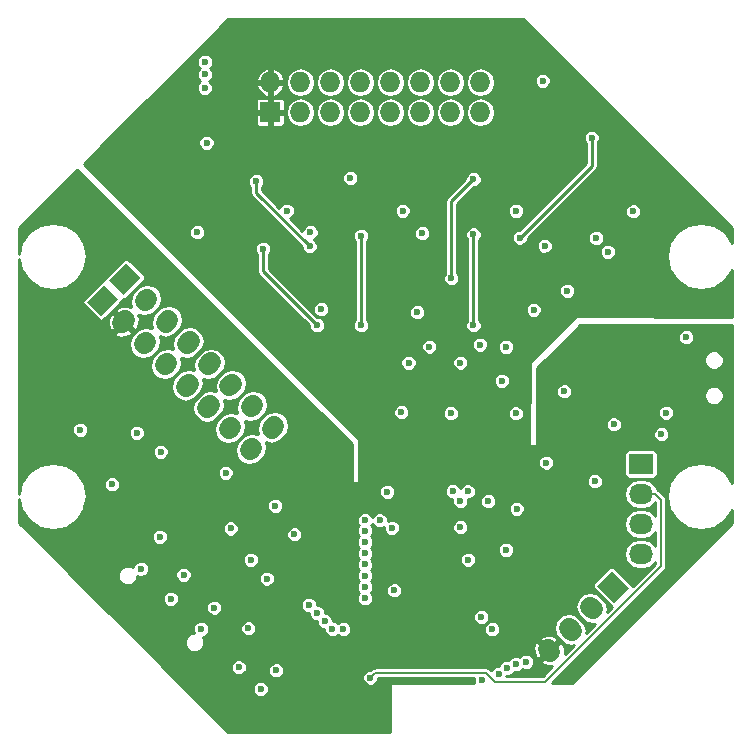
<source format=gbr>
G04 #@! TF.FileFunction,Copper,L3,Inr,Signal*
%FSLAX46Y46*%
G04 Gerber Fmt 4.6, Leading zero omitted, Abs format (unit mm)*
G04 Created by KiCad (PCBNEW 4.0.0-stable) date Friday, November 04, 2016 'AMt' 11:18:16 AM*
%MOMM*%
G01*
G04 APERTURE LIST*
%ADD10C,0.100000*%
%ADD11R,2.032000X1.727200*%
%ADD12O,2.032000X1.727200*%
%ADD13C,1.727200*%
%ADD14R,1.727200X1.727200*%
%ADD15O,1.727200X1.727200*%
%ADD16C,0.600000*%
%ADD17C,0.177800*%
%ADD18C,0.250000*%
%ADD19C,0.254000*%
G04 APERTURE END LIST*
D10*
D11*
X52984400Y23063200D03*
D12*
X52984400Y20523200D03*
X52984400Y17983200D03*
X52984400Y15443200D03*
D10*
G36*
X50489037Y13978278D02*
X51925878Y12541437D01*
X50704563Y11320122D01*
X49267722Y12756963D01*
X50489037Y13978278D01*
X50489037Y13978278D01*
G37*
D13*
X48908512Y10745386D02*
X48692986Y10960912D01*
X47112461Y8949335D02*
X46896935Y9164861D01*
X45316409Y7153283D02*
X45100883Y7368809D01*
D10*
G36*
X6062322Y36798437D02*
X7499163Y38235278D01*
X8720478Y37013963D01*
X7283637Y35577122D01*
X6062322Y36798437D01*
X6062322Y36798437D01*
G37*
D13*
X9295214Y35217912D02*
X9079688Y35002386D01*
X11091265Y33421861D02*
X10875739Y33206335D01*
X12887317Y31625809D02*
X12671791Y31410283D01*
X14683368Y29829758D02*
X14467842Y29614232D01*
X16479419Y28033707D02*
X16263893Y27818181D01*
X18275470Y26237656D02*
X18059944Y26022130D01*
X20071522Y24441604D02*
X19855996Y24226078D01*
D10*
G36*
X7941922Y38627237D02*
X9378763Y40064078D01*
X10600078Y38842763D01*
X9163237Y37405922D01*
X7941922Y38627237D01*
X7941922Y38627237D01*
G37*
D13*
X11174814Y37046712D02*
X10959288Y36831186D01*
X12970865Y35250661D02*
X12755339Y35035135D01*
X14766917Y33454609D02*
X14551391Y33239083D01*
X16562968Y31658558D02*
X16347442Y31443032D01*
X18359019Y29862507D02*
X18143493Y29646981D01*
X20155070Y28066456D02*
X19939544Y27850930D01*
X21951122Y26270404D02*
X21735596Y26054878D01*
D14*
X21590000Y52832000D03*
D15*
X21590000Y55372000D03*
X24130000Y52832000D03*
X24130000Y55372000D03*
X26670000Y52832000D03*
X26670000Y55372000D03*
X29210000Y52832000D03*
X29210000Y55372000D03*
X31750000Y52832000D03*
X31750000Y55372000D03*
X34290000Y52832000D03*
X34290000Y55372000D03*
X36830000Y52832000D03*
X36830000Y55372000D03*
X39370000Y52832000D03*
X39370000Y55372000D03*
D16*
X52324000Y44450000D03*
X43891200Y36118800D03*
X34036000Y35915600D03*
X25908000Y36169600D03*
X16200000Y50250000D03*
X42400000Y44500000D03*
X32800000Y44500000D03*
X23000000Y44500000D03*
X32702500Y27444700D03*
X36880800Y27368500D03*
X41198800Y30111700D03*
X42392600Y27343100D03*
X16370300Y7327900D03*
X13398500Y9740900D03*
X46253400Y27863800D03*
X53314600Y33705800D03*
X46482000Y31800800D03*
X51689000Y38354000D03*
X34721800Y19583400D03*
X25806400Y3505200D03*
X30175200Y36880800D03*
X21539200Y37439600D03*
X42900000Y37875000D03*
X46355000Y23241000D03*
X52400000Y47400000D03*
X42400000Y47400000D03*
X33200000Y47425000D03*
X22900000Y47400000D03*
X18732500Y4203700D03*
X37719000Y18808700D03*
X43992800Y21907500D03*
X31496000Y11176000D03*
X25057100Y12319000D03*
X8839200Y27228800D03*
X4140200Y33274000D03*
X14897100Y22377400D03*
X7442200Y16281400D03*
X23482300Y20866100D03*
X32727900Y25882600D03*
X36893500Y25857200D03*
X38188900Y11353800D03*
X34798000Y7467600D03*
X41554400Y32994600D03*
X44825000Y41525000D03*
X37693600Y31648400D03*
X34450000Y42600000D03*
X35064700Y33007300D03*
X25000000Y42700000D03*
X33299400Y31635700D03*
X15400000Y42700000D03*
X19748500Y9144000D03*
X14249400Y13690600D03*
X12242800Y16891000D03*
X10299700Y25704800D03*
X46482000Y29210000D03*
X50673000Y26416000D03*
X31877000Y17653000D03*
X41554400Y15798800D03*
X12306300Y24091900D03*
X49072800Y21615400D03*
X22021800Y19519900D03*
X42456100Y19278600D03*
X22085300Y5588000D03*
X16852900Y10909300D03*
X56819800Y33807400D03*
X54711600Y25577800D03*
X24866600Y11125200D03*
X16065500Y57099200D03*
X16078200Y56057800D03*
X25527000Y10452100D03*
X16040100Y54902100D03*
X26212800Y9753600D03*
X26847800Y9118600D03*
X27787600Y9067800D03*
X30073600Y4978400D03*
X38328600Y20739100D03*
X21310600Y13360400D03*
X38341300Y14973300D03*
X37693600Y19913600D03*
X19939000Y14960600D03*
X18237200Y17602200D03*
X37693600Y17716500D03*
X29616400Y14579600D03*
X29616400Y15494000D03*
X29616400Y16459200D03*
X29616400Y17424400D03*
X29616400Y18288000D03*
X48800000Y50700000D03*
X42725000Y42225000D03*
X38800000Y47175000D03*
X36925000Y38775000D03*
X28375000Y47275000D03*
X24925000Y41500000D03*
X20400000Y47000000D03*
X40373300Y9080500D03*
X40043100Y19913600D03*
X8191500Y21336000D03*
X5511800Y25946100D03*
X39471600Y10109200D03*
X23634700Y17106900D03*
X17818100Y22326600D03*
X37058600Y20751800D03*
X42418000Y6146800D03*
X41630600Y5791200D03*
X40919400Y5283200D03*
X39509700Y4749800D03*
X43243500Y6311900D03*
X55105300Y27419300D03*
X44958000Y23177500D03*
X29616400Y11684000D03*
X29616400Y13614400D03*
X29616400Y12649200D03*
X31496000Y20701000D03*
X32080200Y12362118D03*
X30861000Y18288000D03*
X44650000Y55500000D03*
X50165000Y41021000D03*
X46736000Y37719000D03*
X21000000Y41300000D03*
X25550000Y34825000D03*
X39350000Y33175000D03*
X29300000Y34800000D03*
X29300000Y42400000D03*
X38800000Y42500000D03*
X38800000Y34800000D03*
X49200000Y42200000D03*
X18923000Y5842000D03*
X10668000Y14198600D03*
X20777200Y4013200D03*
X15748000Y9093200D03*
X13182600Y11658600D03*
D17*
X30073600Y4978400D02*
X30467300Y5372100D01*
X30467300Y5372100D02*
X39878000Y5384800D01*
X47752000Y7518400D02*
X44856400Y4622800D01*
X47752000Y7518400D02*
X54660800Y14427200D01*
X54660800Y14427200D02*
X54660800Y19989800D01*
X54660800Y19989800D02*
X54127400Y20523200D01*
X52984400Y20523200D02*
X54127400Y20523200D01*
X40627300Y4635500D02*
X39878000Y5384800D01*
X39878000Y5384800D02*
X39865300Y5397500D01*
X44856400Y4622800D02*
X40627300Y4635500D01*
D18*
X48800000Y48300000D02*
X48800000Y50700000D01*
X42725000Y42225000D02*
X48800000Y48300000D01*
X36925000Y45300000D02*
X38800000Y47175000D01*
X36925000Y38775000D02*
X36925000Y45300000D01*
X20400000Y47000000D02*
X20400000Y46025000D01*
X20400000Y46025000D02*
X24925000Y41500000D01*
D17*
X23647400Y17119600D02*
X23634700Y17106900D01*
D18*
X21000000Y39375000D02*
X21000000Y41300000D01*
X25550000Y34825000D02*
X21000000Y39375000D01*
X29300000Y42400000D02*
X29300000Y34800000D01*
X38800000Y42500000D02*
X38800000Y34800000D01*
D19*
G36*
X60656400Y43067318D02*
X60656400Y41787621D01*
X60067689Y42668689D01*
X59136919Y43290610D01*
X58039000Y43509000D01*
X56941081Y43290610D01*
X56010311Y42668689D01*
X55388390Y41737919D01*
X55170000Y40640000D01*
X55388390Y39542081D01*
X56010311Y38611311D01*
X56941081Y37989390D01*
X58039000Y37771000D01*
X59136919Y37989390D01*
X60067689Y38611311D01*
X60656400Y39492379D01*
X60656400Y35547714D01*
X47498119Y35560000D01*
X47448699Y35550040D01*
X47408197Y35522803D01*
X43598197Y31712803D01*
X43570334Y31670789D01*
X43561001Y31623465D01*
X43535601Y24689265D01*
X43545426Y24639819D01*
X43573714Y24598090D01*
X43616008Y24570655D01*
X43671048Y24562081D01*
X44052048Y24587481D01*
X44100683Y24600752D01*
X44140323Y24631898D01*
X44164723Y24676013D01*
X44170599Y24713706D01*
X44173436Y25442935D01*
X54030482Y25442935D01*
X54133939Y25192548D01*
X54325341Y25000813D01*
X54575546Y24896918D01*
X54846465Y24896682D01*
X55096852Y25000139D01*
X55288587Y25191541D01*
X55392482Y25441746D01*
X55392718Y25712665D01*
X55289261Y25963052D01*
X55097859Y26154787D01*
X54847654Y26258682D01*
X54576735Y26258918D01*
X54326348Y26155461D01*
X54134613Y25964059D01*
X54030718Y25713854D01*
X54030482Y25442935D01*
X44173436Y25442935D01*
X44176697Y26281135D01*
X49991882Y26281135D01*
X50095339Y26030748D01*
X50286741Y25839013D01*
X50536946Y25735118D01*
X50807865Y25734882D01*
X51058252Y25838339D01*
X51249987Y26029741D01*
X51353882Y26279946D01*
X51354118Y26550865D01*
X51250661Y26801252D01*
X51059259Y26992987D01*
X50809054Y27096882D01*
X50538135Y27097118D01*
X50287748Y26993661D01*
X50096013Y26802259D01*
X49992118Y26552054D01*
X49991882Y26281135D01*
X44176697Y26281135D01*
X44180601Y27284435D01*
X54424182Y27284435D01*
X54527639Y27034048D01*
X54719041Y26842313D01*
X54969246Y26738418D01*
X55240165Y26738182D01*
X55490552Y26841639D01*
X55682287Y27033041D01*
X55786182Y27283246D01*
X55786418Y27554165D01*
X55682961Y27804552D01*
X55491559Y27996287D01*
X55241354Y28100182D01*
X54970435Y28100418D01*
X54720048Y27996961D01*
X54528313Y27805559D01*
X54424418Y27555354D01*
X54424182Y27284435D01*
X44180601Y27284435D01*
X44187569Y29075135D01*
X45800882Y29075135D01*
X45904339Y28824748D01*
X46095741Y28633013D01*
X46345946Y28529118D01*
X46616865Y28528882D01*
X46867252Y28632339D01*
X46934058Y28699029D01*
X58322856Y28699029D01*
X58449102Y28393491D01*
X58682662Y28159523D01*
X58987979Y28032745D01*
X59318571Y28032456D01*
X59624109Y28158702D01*
X59858077Y28392262D01*
X59984855Y28697579D01*
X59985144Y29028171D01*
X59858898Y29333709D01*
X59625338Y29567677D01*
X59320021Y29694455D01*
X58989429Y29694744D01*
X58683891Y29568498D01*
X58449923Y29334938D01*
X58323145Y29029621D01*
X58322856Y28699029D01*
X46934058Y28699029D01*
X47058987Y28823741D01*
X47162882Y29073946D01*
X47163118Y29344865D01*
X47059661Y29595252D01*
X46868259Y29786987D01*
X46618054Y29890882D01*
X46347135Y29891118D01*
X46096748Y29787661D01*
X45905013Y29596259D01*
X45801118Y29346054D01*
X45800882Y29075135D01*
X44187569Y29075135D01*
X44195795Y31189189D01*
X44705635Y31699029D01*
X58322856Y31699029D01*
X58449102Y31393491D01*
X58682662Y31159523D01*
X58987979Y31032745D01*
X59318571Y31032456D01*
X59624109Y31158702D01*
X59858077Y31392262D01*
X59984855Y31697579D01*
X59985144Y32028171D01*
X59858898Y32333709D01*
X59625338Y32567677D01*
X59320021Y32694455D01*
X58989429Y32694744D01*
X58683891Y32568498D01*
X58449923Y32334938D01*
X58323145Y32029621D01*
X58322856Y31699029D01*
X44705635Y31699029D01*
X46679141Y33672535D01*
X56138682Y33672535D01*
X56242139Y33422148D01*
X56433541Y33230413D01*
X56683746Y33126518D01*
X56954665Y33126282D01*
X57205052Y33229739D01*
X57396787Y33421141D01*
X57500682Y33671346D01*
X57500918Y33942265D01*
X57397461Y34192652D01*
X57206059Y34384387D01*
X56955854Y34488282D01*
X56684935Y34488518D01*
X56434548Y34385061D01*
X56242813Y34193659D01*
X56138918Y33943454D01*
X56138682Y33672535D01*
X46679141Y33672535D01*
X47804806Y34798200D01*
X60656400Y34847112D01*
X60656400Y21467621D01*
X60067689Y22348689D01*
X59136919Y22970610D01*
X58039000Y23189000D01*
X56941081Y22970610D01*
X56010311Y22348689D01*
X55388390Y21417919D01*
X55170000Y20320000D01*
X55388390Y19222081D01*
X56010311Y18291311D01*
X56941081Y17669390D01*
X58039000Y17451000D01*
X59136919Y17669390D01*
X60067689Y18291311D01*
X60656400Y19172379D01*
X60656400Y18045082D01*
X47170868Y4559550D01*
X45502166Y4521189D01*
X45418704Y4520566D01*
X48084270Y7186131D01*
X48084272Y7186134D01*
X54993070Y14094931D01*
X55094931Y14247377D01*
X55130700Y14427200D01*
X55130700Y19989800D01*
X55094931Y20169623D01*
X54993070Y20322069D01*
X54459669Y20855469D01*
X54324743Y20945624D01*
X54314029Y20999488D01*
X54044234Y21403265D01*
X53640457Y21673060D01*
X53164169Y21767800D01*
X52804631Y21767800D01*
X52328343Y21673060D01*
X51924566Y21403265D01*
X51654771Y20999488D01*
X51560031Y20523200D01*
X51654771Y20046912D01*
X51924566Y19643135D01*
X52328343Y19373340D01*
X52804631Y19278600D01*
X53164169Y19278600D01*
X53640457Y19373340D01*
X54044234Y19643135D01*
X54163873Y19822188D01*
X54190900Y19795161D01*
X54190900Y18643764D01*
X54044234Y18863265D01*
X53640457Y19133060D01*
X53164169Y19227800D01*
X52804631Y19227800D01*
X52328343Y19133060D01*
X51924566Y18863265D01*
X51654771Y18459488D01*
X51560031Y17983200D01*
X51654771Y17506912D01*
X51924566Y17103135D01*
X52328343Y16833340D01*
X52804631Y16738600D01*
X53164169Y16738600D01*
X53640457Y16833340D01*
X54044234Y17103135D01*
X54190900Y17322636D01*
X54190900Y16103764D01*
X54044234Y16323265D01*
X53640457Y16593060D01*
X53164169Y16687800D01*
X52804631Y16687800D01*
X52328343Y16593060D01*
X51924566Y16323265D01*
X51654771Y15919488D01*
X51560031Y15443200D01*
X51654771Y14966912D01*
X51924566Y14563135D01*
X52328343Y14293340D01*
X52804631Y14198600D01*
X53164169Y14198600D01*
X53640457Y14293340D01*
X54044234Y14563135D01*
X54190900Y14782636D01*
X54190900Y14621839D01*
X52274180Y12705119D01*
X52200564Y12816123D01*
X50763723Y14252964D01*
X50645101Y14334014D01*
X50494404Y14366705D01*
X50342861Y14338190D01*
X50214351Y14252964D01*
X48993036Y13031649D01*
X48911986Y12913027D01*
X48879295Y12762330D01*
X48907810Y12610787D01*
X48993036Y12482277D01*
X50429877Y11045436D01*
X50539557Y10970496D01*
X50142015Y10572954D01*
X50172465Y10726033D01*
X50077725Y11202321D01*
X49807930Y11606098D01*
X49553698Y11860330D01*
X49149920Y12130125D01*
X48673633Y12224865D01*
X48197346Y12130125D01*
X47793568Y11860330D01*
X47523773Y11456552D01*
X47429033Y10980265D01*
X47523773Y10503978D01*
X47793568Y10100200D01*
X48047800Y9845968D01*
X48451577Y9576173D01*
X48927865Y9481433D01*
X49080944Y9511883D01*
X48345964Y8776903D01*
X48376414Y8929982D01*
X48281674Y9406270D01*
X48011879Y9810047D01*
X47757647Y10064279D01*
X47353869Y10334074D01*
X46877582Y10428814D01*
X46401295Y10334074D01*
X45997517Y10064279D01*
X45727722Y9660501D01*
X45632982Y9184214D01*
X45727722Y8707927D01*
X45997517Y8304149D01*
X46251749Y8049917D01*
X46655526Y7780122D01*
X47131814Y7685382D01*
X47284892Y7715831D01*
X46550087Y6981026D01*
X46550937Y6983470D01*
X46521948Y7468829D01*
X46309427Y7906149D01*
X46112076Y7984871D01*
X45388251Y7261046D01*
X45402394Y7246903D01*
X45222789Y7067298D01*
X45208646Y7081441D01*
X44484821Y6357616D01*
X44563543Y6160265D01*
X45000863Y5947744D01*
X45486222Y5918755D01*
X45488666Y5919605D01*
X44662347Y5093285D01*
X41581758Y5102536D01*
X41584957Y5110239D01*
X41765465Y5110082D01*
X42015852Y5213539D01*
X42207587Y5404941D01*
X42240119Y5483286D01*
X42281946Y5465918D01*
X42552865Y5465682D01*
X42803252Y5569139D01*
X42936391Y5702047D01*
X43107446Y5631018D01*
X43378365Y5630782D01*
X43628752Y5734239D01*
X43820487Y5925641D01*
X43924382Y6175846D01*
X43924618Y6446765D01*
X43821161Y6697152D01*
X43629759Y6888887D01*
X43379554Y6992782D01*
X43108635Y6993018D01*
X42858248Y6889561D01*
X42725109Y6756653D01*
X42554054Y6827682D01*
X42283135Y6827918D01*
X42032748Y6724461D01*
X41841013Y6533059D01*
X41808481Y6454714D01*
X41766654Y6472082D01*
X41495735Y6472318D01*
X41245348Y6368861D01*
X41053613Y6177459D01*
X40965043Y5964161D01*
X40784535Y5964318D01*
X40534148Y5860861D01*
X40342413Y5669459D01*
X40317610Y5609728D01*
X40210272Y5717066D01*
X40210270Y5717069D01*
X40197569Y5729769D01*
X40045123Y5831631D01*
X39865300Y5867399D01*
X39800937Y5854597D01*
X30466666Y5842000D01*
X30376542Y5823947D01*
X30287477Y5806231D01*
X30287209Y5806052D01*
X30286891Y5805988D01*
X30211273Y5755313D01*
X30135031Y5704370D01*
X30090047Y5659386D01*
X29938735Y5659518D01*
X29688348Y5556061D01*
X29496613Y5364659D01*
X29392718Y5114454D01*
X29392482Y4843535D01*
X29495939Y4593148D01*
X29687341Y4401413D01*
X29937546Y4297518D01*
X30208465Y4297282D01*
X30458852Y4400739D01*
X30650587Y4592141D01*
X30754482Y4842346D01*
X30754534Y4902587D01*
X38840297Y4913499D01*
X38828818Y4885854D01*
X38828582Y4614935D01*
X38877807Y4495800D01*
X31826200Y4495800D01*
X31776790Y4485794D01*
X31735165Y4457353D01*
X31707885Y4414959D01*
X31699200Y4368800D01*
X31699200Y405200D01*
X17994282Y405200D01*
X14521147Y3878335D01*
X20096082Y3878335D01*
X20199539Y3627948D01*
X20390941Y3436213D01*
X20641146Y3332318D01*
X20912065Y3332082D01*
X21162452Y3435539D01*
X21354187Y3626941D01*
X21458082Y3877146D01*
X21458318Y4148065D01*
X21354861Y4398452D01*
X21163459Y4590187D01*
X20913254Y4694082D01*
X20642335Y4694318D01*
X20391948Y4590861D01*
X20200213Y4399459D01*
X20096318Y4149254D01*
X20096082Y3878335D01*
X14521147Y3878335D01*
X12692347Y5707135D01*
X18241882Y5707135D01*
X18345339Y5456748D01*
X18536741Y5265013D01*
X18786946Y5161118D01*
X19057865Y5160882D01*
X19308252Y5264339D01*
X19497376Y5453135D01*
X21404182Y5453135D01*
X21507639Y5202748D01*
X21699041Y5011013D01*
X21949246Y4907118D01*
X22220165Y4906882D01*
X22470552Y5010339D01*
X22662287Y5201741D01*
X22766182Y5451946D01*
X22766418Y5722865D01*
X22662961Y5973252D01*
X22471559Y6164987D01*
X22221354Y6268882D01*
X21950435Y6269118D01*
X21700048Y6165661D01*
X21508313Y5974259D01*
X21404418Y5724054D01*
X21404182Y5453135D01*
X19497376Y5453135D01*
X19499987Y5455741D01*
X19603882Y5705946D01*
X19604118Y5976865D01*
X19500661Y6227252D01*
X19309259Y6418987D01*
X19059054Y6522882D01*
X18788135Y6523118D01*
X18537748Y6419661D01*
X18346013Y6228259D01*
X18242118Y5978054D01*
X18241882Y5707135D01*
X12692347Y5707135D01*
X10613018Y7786464D01*
X14343135Y7786464D01*
X14469381Y7480926D01*
X14702941Y7246958D01*
X15008258Y7120180D01*
X15338850Y7119891D01*
X15644388Y7246137D01*
X15878356Y7479697D01*
X15902823Y7538622D01*
X43866355Y7538622D01*
X43895344Y7053263D01*
X44107865Y6615943D01*
X44305216Y6537221D01*
X45029041Y7261046D01*
X44203344Y8086743D01*
X44024588Y7993803D01*
X43866355Y7538622D01*
X15902823Y7538622D01*
X16005134Y7785014D01*
X16005423Y8115606D01*
X15943138Y8266348D01*
X44382949Y8266348D01*
X45208646Y7440651D01*
X45932471Y8164476D01*
X45853749Y8361827D01*
X45416429Y8574348D01*
X44931070Y8603337D01*
X44475889Y8445104D01*
X44382949Y8266348D01*
X15943138Y8266348D01*
X15882913Y8412102D01*
X16133252Y8515539D01*
X16324987Y8706941D01*
X16428882Y8957146D01*
X16428927Y9009135D01*
X19067382Y9009135D01*
X19170839Y8758748D01*
X19362241Y8567013D01*
X19612446Y8463118D01*
X19883365Y8462882D01*
X20133752Y8566339D01*
X20325487Y8757741D01*
X20429382Y9007946D01*
X20429618Y9278865D01*
X20326161Y9529252D01*
X20134759Y9720987D01*
X19884554Y9824882D01*
X19613635Y9825118D01*
X19363248Y9721661D01*
X19171513Y9530259D01*
X19067618Y9280054D01*
X19067382Y9009135D01*
X16428927Y9009135D01*
X16429118Y9228065D01*
X16325661Y9478452D01*
X16134259Y9670187D01*
X15884054Y9774082D01*
X15613135Y9774318D01*
X15362748Y9670861D01*
X15171013Y9479459D01*
X15067118Y9229254D01*
X15066882Y8958335D01*
X15139715Y8782065D01*
X15009708Y8782179D01*
X14704170Y8655933D01*
X14470202Y8422373D01*
X14343424Y8117056D01*
X14343135Y7786464D01*
X10613018Y7786464D01*
X7625047Y10774435D01*
X16171782Y10774435D01*
X16275239Y10524048D01*
X16466641Y10332313D01*
X16716846Y10228418D01*
X16987765Y10228182D01*
X17238152Y10331639D01*
X17429887Y10523041D01*
X17533782Y10773246D01*
X17533971Y10990335D01*
X24185482Y10990335D01*
X24288939Y10739948D01*
X24480341Y10548213D01*
X24730546Y10444318D01*
X24845993Y10444217D01*
X24845882Y10317235D01*
X24949339Y10066848D01*
X25140741Y9875113D01*
X25390946Y9771218D01*
X25531815Y9771095D01*
X25531682Y9618735D01*
X25635139Y9368348D01*
X25826541Y9176613D01*
X26076746Y9072718D01*
X26166759Y9072640D01*
X26166682Y8983735D01*
X26270139Y8733348D01*
X26461541Y8541613D01*
X26711746Y8437718D01*
X26982665Y8437482D01*
X27233052Y8540939D01*
X27292280Y8600064D01*
X27401341Y8490813D01*
X27651546Y8386918D01*
X27922465Y8386682D01*
X28172852Y8490139D01*
X28364587Y8681541D01*
X28468482Y8931746D01*
X28468494Y8945635D01*
X39692182Y8945635D01*
X39795639Y8695248D01*
X39987041Y8503513D01*
X40237246Y8399618D01*
X40508165Y8399382D01*
X40758552Y8502839D01*
X40950287Y8694241D01*
X41054182Y8944446D01*
X41054418Y9215365D01*
X40950961Y9465752D01*
X40759559Y9657487D01*
X40509354Y9761382D01*
X40238435Y9761618D01*
X39988048Y9658161D01*
X39796313Y9466759D01*
X39692418Y9216554D01*
X39692182Y8945635D01*
X28468494Y8945635D01*
X28468718Y9202665D01*
X28365261Y9453052D01*
X28173859Y9644787D01*
X27923654Y9748682D01*
X27652735Y9748918D01*
X27402348Y9645461D01*
X27343120Y9586336D01*
X27234059Y9695587D01*
X26983854Y9799482D01*
X26893841Y9799560D01*
X26893918Y9888465D01*
X26858438Y9974335D01*
X38790482Y9974335D01*
X38893939Y9723948D01*
X39085341Y9532213D01*
X39335546Y9428318D01*
X39606465Y9428082D01*
X39856852Y9531539D01*
X40048587Y9722941D01*
X40152482Y9973146D01*
X40152718Y10244065D01*
X40049261Y10494452D01*
X39857859Y10686187D01*
X39607654Y10790082D01*
X39336735Y10790318D01*
X39086348Y10686861D01*
X38894613Y10495459D01*
X38790718Y10245254D01*
X38790482Y9974335D01*
X26858438Y9974335D01*
X26790461Y10138852D01*
X26599059Y10330587D01*
X26348854Y10434482D01*
X26207985Y10434605D01*
X26208118Y10586965D01*
X26104661Y10837352D01*
X25913259Y11029087D01*
X25663054Y11132982D01*
X25547607Y11133083D01*
X25547718Y11260065D01*
X25444261Y11510452D01*
X25252859Y11702187D01*
X25002654Y11806082D01*
X24731735Y11806318D01*
X24481348Y11702861D01*
X24289613Y11511459D01*
X24185718Y11261254D01*
X24185482Y10990335D01*
X17533971Y10990335D01*
X17534018Y11044165D01*
X17430561Y11294552D01*
X17239159Y11486287D01*
X16988954Y11590182D01*
X16718035Y11590418D01*
X16467648Y11486961D01*
X16275913Y11295559D01*
X16172018Y11045354D01*
X16171782Y10774435D01*
X7625047Y10774435D01*
X6875747Y11523735D01*
X12501482Y11523735D01*
X12604939Y11273348D01*
X12796341Y11081613D01*
X13046546Y10977718D01*
X13317465Y10977482D01*
X13567852Y11080939D01*
X13759587Y11272341D01*
X13863482Y11522546D01*
X13863718Y11793465D01*
X13760261Y12043852D01*
X13568859Y12235587D01*
X13318654Y12339482D01*
X13047735Y12339718D01*
X12797348Y12236261D01*
X12605613Y12044859D01*
X12501718Y11794654D01*
X12501482Y11523735D01*
X6875747Y11523735D01*
X4956164Y13443318D01*
X8686281Y13443318D01*
X8812527Y13137780D01*
X9046087Y12903812D01*
X9351404Y12777034D01*
X9681996Y12776745D01*
X9987534Y12902991D01*
X10221502Y13136551D01*
X10348280Y13441868D01*
X10348413Y13593928D01*
X10531946Y13517718D01*
X10802865Y13517482D01*
X10895445Y13555735D01*
X13568282Y13555735D01*
X13671739Y13305348D01*
X13863141Y13113613D01*
X14113346Y13009718D01*
X14384265Y13009482D01*
X14634652Y13112939D01*
X14747443Y13225535D01*
X20629482Y13225535D01*
X20732939Y12975148D01*
X20924341Y12783413D01*
X21174546Y12679518D01*
X21445465Y12679282D01*
X21695852Y12782739D01*
X21887587Y12974141D01*
X21991482Y13224346D01*
X21991718Y13495265D01*
X21888261Y13745652D01*
X21696859Y13937387D01*
X21446654Y14041282D01*
X21175735Y14041518D01*
X20925348Y13938061D01*
X20733613Y13746659D01*
X20629718Y13496454D01*
X20629482Y13225535D01*
X14747443Y13225535D01*
X14826387Y13304341D01*
X14930282Y13554546D01*
X14930518Y13825465D01*
X14827061Y14075852D01*
X14635659Y14267587D01*
X14385454Y14371482D01*
X14114535Y14371718D01*
X13864148Y14268261D01*
X13672413Y14076859D01*
X13568518Y13826654D01*
X13568282Y13555735D01*
X10895445Y13555735D01*
X11053252Y13620939D01*
X11244987Y13812341D01*
X11348882Y14062546D01*
X11349118Y14333465D01*
X11245661Y14583852D01*
X11054259Y14775587D01*
X10933491Y14825735D01*
X19257882Y14825735D01*
X19361339Y14575348D01*
X19552741Y14383613D01*
X19802946Y14279718D01*
X20073865Y14279482D01*
X20324252Y14382939D01*
X20515987Y14574341D01*
X20619882Y14824546D01*
X20620118Y15095465D01*
X20516661Y15345852D01*
X20325259Y15537587D01*
X20075054Y15641482D01*
X19804135Y15641718D01*
X19553748Y15538261D01*
X19362013Y15346859D01*
X19258118Y15096654D01*
X19257882Y14825735D01*
X10933491Y14825735D01*
X10804054Y14879482D01*
X10533135Y14879718D01*
X10282748Y14776261D01*
X10091013Y14584859D01*
X9987118Y14334654D01*
X9987099Y14312657D01*
X9683446Y14438744D01*
X9352854Y14439033D01*
X9047316Y14312787D01*
X8813348Y14079227D01*
X8686570Y13773910D01*
X8686281Y13443318D01*
X4956164Y13443318D01*
X1643347Y16756135D01*
X11561682Y16756135D01*
X11665139Y16505748D01*
X11856541Y16314013D01*
X12106746Y16210118D01*
X12377665Y16209882D01*
X12628052Y16313339D01*
X12819787Y16504741D01*
X12923682Y16754946D01*
X12923918Y17025865D01*
X12820461Y17276252D01*
X12629710Y17467335D01*
X17556082Y17467335D01*
X17659539Y17216948D01*
X17850941Y17025213D01*
X18101146Y16921318D01*
X18372065Y16921082D01*
X18495381Y16972035D01*
X22953582Y16972035D01*
X23057039Y16721648D01*
X23248441Y16529913D01*
X23498646Y16426018D01*
X23769565Y16425782D01*
X24019952Y16529239D01*
X24211687Y16720641D01*
X24315582Y16970846D01*
X24315818Y17241765D01*
X24212361Y17492152D01*
X24020959Y17683887D01*
X23770754Y17787782D01*
X23499835Y17788018D01*
X23249448Y17684561D01*
X23057713Y17493159D01*
X22953818Y17242954D01*
X22953582Y16972035D01*
X18495381Y16972035D01*
X18622452Y17024539D01*
X18814187Y17215941D01*
X18918082Y17466146D01*
X18918318Y17737065D01*
X18814861Y17987452D01*
X18649466Y18153135D01*
X28935282Y18153135D01*
X29038739Y17902748D01*
X29085120Y17856286D01*
X29039413Y17810659D01*
X28935518Y17560454D01*
X28935282Y17289535D01*
X29038739Y17039148D01*
X29135920Y16941798D01*
X29039413Y16845459D01*
X28935518Y16595254D01*
X28935282Y16324335D01*
X29038739Y16073948D01*
X29135920Y15976598D01*
X29039413Y15880259D01*
X28935518Y15630054D01*
X28935282Y15359135D01*
X29038739Y15108748D01*
X29110520Y15036842D01*
X29039413Y14965859D01*
X28935518Y14715654D01*
X28935282Y14444735D01*
X29038739Y14194348D01*
X29135920Y14096998D01*
X29039413Y14000659D01*
X28935518Y13750454D01*
X28935282Y13479535D01*
X29038739Y13229148D01*
X29135920Y13131798D01*
X29039413Y13035459D01*
X28935518Y12785254D01*
X28935282Y12514335D01*
X29038739Y12263948D01*
X29135920Y12166598D01*
X29039413Y12070259D01*
X28935518Y11820054D01*
X28935282Y11549135D01*
X29038739Y11298748D01*
X29230141Y11107013D01*
X29480346Y11003118D01*
X29751265Y11002882D01*
X30001652Y11106339D01*
X30193387Y11297741D01*
X30297282Y11547946D01*
X30297518Y11818865D01*
X30194061Y12069252D01*
X30096880Y12166602D01*
X30157636Y12227253D01*
X31399082Y12227253D01*
X31502539Y11976866D01*
X31693941Y11785131D01*
X31944146Y11681236D01*
X32215065Y11681000D01*
X32465452Y11784457D01*
X32657187Y11975859D01*
X32761082Y12226064D01*
X32761318Y12496983D01*
X32657861Y12747370D01*
X32466459Y12939105D01*
X32216254Y13043000D01*
X31945335Y13043236D01*
X31694948Y12939779D01*
X31503213Y12748377D01*
X31399318Y12498172D01*
X31399082Y12227253D01*
X30157636Y12227253D01*
X30193387Y12262941D01*
X30297282Y12513146D01*
X30297518Y12784065D01*
X30194061Y13034452D01*
X30096880Y13131802D01*
X30193387Y13228141D01*
X30297282Y13478346D01*
X30297518Y13749265D01*
X30194061Y13999652D01*
X30096880Y14097002D01*
X30193387Y14193341D01*
X30297282Y14443546D01*
X30297518Y14714465D01*
X30246296Y14838435D01*
X37660182Y14838435D01*
X37763639Y14588048D01*
X37955041Y14396313D01*
X38205246Y14292418D01*
X38476165Y14292182D01*
X38726552Y14395639D01*
X38918287Y14587041D01*
X39022182Y14837246D01*
X39022418Y15108165D01*
X38918961Y15358552D01*
X38727559Y15550287D01*
X38477354Y15654182D01*
X38206435Y15654418D01*
X37956048Y15550961D01*
X37764313Y15359559D01*
X37660418Y15109354D01*
X37660182Y14838435D01*
X30246296Y14838435D01*
X30194061Y14964852D01*
X30122280Y15036758D01*
X30193387Y15107741D01*
X30297282Y15357946D01*
X30297518Y15628865D01*
X30283028Y15663935D01*
X40873282Y15663935D01*
X40976739Y15413548D01*
X41168141Y15221813D01*
X41418346Y15117918D01*
X41689265Y15117682D01*
X41939652Y15221139D01*
X42131387Y15412541D01*
X42235282Y15662746D01*
X42235518Y15933665D01*
X42132061Y16184052D01*
X41940659Y16375787D01*
X41690454Y16479682D01*
X41419535Y16479918D01*
X41169148Y16376461D01*
X40977413Y16185059D01*
X40873518Y15934854D01*
X40873282Y15663935D01*
X30283028Y15663935D01*
X30194061Y15879252D01*
X30096880Y15976602D01*
X30193387Y16072941D01*
X30297282Y16323146D01*
X30297518Y16594065D01*
X30194061Y16844452D01*
X30096880Y16941802D01*
X30193387Y17038141D01*
X30297282Y17288346D01*
X30297518Y17559265D01*
X30194061Y17809652D01*
X30147680Y17856114D01*
X30193387Y17901741D01*
X30238683Y18010825D01*
X30283339Y17902748D01*
X30474741Y17711013D01*
X30724946Y17607118D01*
X30995865Y17606882D01*
X31196031Y17689588D01*
X31195882Y17518135D01*
X31299339Y17267748D01*
X31490741Y17076013D01*
X31740946Y16972118D01*
X32011865Y16971882D01*
X32262252Y17075339D01*
X32453987Y17266741D01*
X32557882Y17516946D01*
X32557938Y17581635D01*
X37012482Y17581635D01*
X37115939Y17331248D01*
X37307341Y17139513D01*
X37557546Y17035618D01*
X37828465Y17035382D01*
X38078852Y17138839D01*
X38270587Y17330241D01*
X38374482Y17580446D01*
X38374718Y17851365D01*
X38271261Y18101752D01*
X38079859Y18293487D01*
X37829654Y18397382D01*
X37558735Y18397618D01*
X37308348Y18294161D01*
X37116613Y18102759D01*
X37012718Y17852554D01*
X37012482Y17581635D01*
X32557938Y17581635D01*
X32558118Y17787865D01*
X32454661Y18038252D01*
X32263259Y18229987D01*
X32013054Y18333882D01*
X31742135Y18334118D01*
X31541969Y18251412D01*
X31542118Y18422865D01*
X31438661Y18673252D01*
X31247259Y18864987D01*
X30997054Y18968882D01*
X30726135Y18969118D01*
X30475748Y18865661D01*
X30284013Y18674259D01*
X30238717Y18565175D01*
X30194061Y18673252D01*
X30002659Y18864987D01*
X29752454Y18968882D01*
X29481535Y18969118D01*
X29231148Y18865661D01*
X29039413Y18674259D01*
X28935518Y18424054D01*
X28935282Y18153135D01*
X18649466Y18153135D01*
X18623459Y18179187D01*
X18373254Y18283082D01*
X18102335Y18283318D01*
X17851948Y18179861D01*
X17660213Y17988459D01*
X17556318Y17738254D01*
X17556082Y17467335D01*
X12629710Y17467335D01*
X12629059Y17467987D01*
X12378854Y17571882D01*
X12107935Y17572118D01*
X11857548Y17468661D01*
X11665813Y17277259D01*
X11561918Y17027054D01*
X11561682Y16756135D01*
X1643347Y16756135D01*
X354400Y18045082D01*
X354400Y20076677D01*
X524390Y19222081D01*
X1146311Y18291311D01*
X2077081Y17669390D01*
X3175000Y17451000D01*
X4272919Y17669390D01*
X5203689Y18291311D01*
X5825610Y19222081D01*
X5858023Y19385035D01*
X21340682Y19385035D01*
X21444139Y19134648D01*
X21635541Y18942913D01*
X21885746Y18839018D01*
X22156665Y18838782D01*
X22407052Y18942239D01*
X22598787Y19133641D01*
X22602978Y19143735D01*
X41774982Y19143735D01*
X41878439Y18893348D01*
X42069841Y18701613D01*
X42320046Y18597718D01*
X42590965Y18597482D01*
X42841352Y18700939D01*
X43033087Y18892341D01*
X43136982Y19142546D01*
X43137218Y19413465D01*
X43033761Y19663852D01*
X42842359Y19855587D01*
X42592154Y19959482D01*
X42321235Y19959718D01*
X42070848Y19856261D01*
X41879113Y19664859D01*
X41775218Y19414654D01*
X41774982Y19143735D01*
X22602978Y19143735D01*
X22702682Y19383846D01*
X22702918Y19654765D01*
X22599461Y19905152D01*
X22408059Y20096887D01*
X22157854Y20200782D01*
X21886935Y20201018D01*
X21636548Y20097561D01*
X21444813Y19906159D01*
X21340918Y19655954D01*
X21340682Y19385035D01*
X5858023Y19385035D01*
X6044000Y20320000D01*
X5995041Y20566135D01*
X30814882Y20566135D01*
X30918339Y20315748D01*
X31109741Y20124013D01*
X31359946Y20020118D01*
X31630865Y20019882D01*
X31881252Y20123339D01*
X32072987Y20314741D01*
X32176882Y20564946D01*
X32176927Y20616935D01*
X36377482Y20616935D01*
X36480939Y20366548D01*
X36672341Y20174813D01*
X36922546Y20070918D01*
X37021512Y20070832D01*
X37012718Y20049654D01*
X37012482Y19778735D01*
X37115939Y19528348D01*
X37307341Y19336613D01*
X37557546Y19232718D01*
X37828465Y19232482D01*
X38078852Y19335939D01*
X38270587Y19527341D01*
X38374482Y19777546D01*
X38374483Y19778735D01*
X39361982Y19778735D01*
X39465439Y19528348D01*
X39656841Y19336613D01*
X39907046Y19232718D01*
X40177965Y19232482D01*
X40428352Y19335939D01*
X40620087Y19527341D01*
X40723982Y19777546D01*
X40724218Y20048465D01*
X40620761Y20298852D01*
X40429359Y20490587D01*
X40179154Y20594482D01*
X39908235Y20594718D01*
X39657848Y20491261D01*
X39466113Y20299859D01*
X39362218Y20049654D01*
X39361982Y19778735D01*
X38374483Y19778735D01*
X38374718Y20048465D01*
X38370752Y20058063D01*
X38463465Y20057982D01*
X38713852Y20161439D01*
X38905587Y20352841D01*
X39009482Y20603046D01*
X39009718Y20873965D01*
X38906261Y21124352D01*
X38714859Y21316087D01*
X38464654Y21419982D01*
X38193735Y21420218D01*
X37943348Y21316761D01*
X37751613Y21125359D01*
X37696216Y20991949D01*
X37636261Y21137052D01*
X37444859Y21328787D01*
X37194654Y21432682D01*
X36923735Y21432918D01*
X36673348Y21329461D01*
X36481613Y21138059D01*
X36377718Y20887854D01*
X36377482Y20616935D01*
X32176927Y20616935D01*
X32177118Y20835865D01*
X32073661Y21086252D01*
X31882259Y21277987D01*
X31632054Y21381882D01*
X31361135Y21382118D01*
X31110748Y21278661D01*
X30919013Y21087259D01*
X30815118Y20837054D01*
X30814882Y20566135D01*
X5995041Y20566135D01*
X5868732Y21201135D01*
X7510382Y21201135D01*
X7613839Y20950748D01*
X7805241Y20759013D01*
X8055446Y20655118D01*
X8326365Y20654882D01*
X8576752Y20758339D01*
X8768487Y20949741D01*
X8872382Y21199946D01*
X8872618Y21470865D01*
X8769161Y21721252D01*
X8577759Y21912987D01*
X8327554Y22016882D01*
X8056635Y22017118D01*
X7806248Y21913661D01*
X7614513Y21722259D01*
X7510618Y21472054D01*
X7510382Y21201135D01*
X5868732Y21201135D01*
X5825610Y21417919D01*
X5308563Y22191735D01*
X17136982Y22191735D01*
X17240439Y21941348D01*
X17431841Y21749613D01*
X17682046Y21645718D01*
X17952965Y21645482D01*
X18203352Y21748939D01*
X18395087Y21940341D01*
X18498982Y22190546D01*
X18499218Y22461465D01*
X18395761Y22711852D01*
X18204359Y22903587D01*
X17954154Y23007482D01*
X17683235Y23007718D01*
X17432848Y22904261D01*
X17241113Y22712859D01*
X17137218Y22462654D01*
X17136982Y22191735D01*
X5308563Y22191735D01*
X5203689Y22348689D01*
X4272919Y22970610D01*
X3175000Y23189000D01*
X2077081Y22970610D01*
X1146311Y22348689D01*
X524390Y21417919D01*
X354400Y20563323D01*
X354400Y23957035D01*
X11625182Y23957035D01*
X11728639Y23706648D01*
X11920041Y23514913D01*
X12170246Y23411018D01*
X12441165Y23410782D01*
X12691552Y23514239D01*
X12883287Y23705641D01*
X12987182Y23955846D01*
X12987400Y24206725D01*
X18592043Y24206725D01*
X18686783Y23730438D01*
X18956578Y23326660D01*
X19360356Y23056865D01*
X19836643Y22962125D01*
X20312930Y23056865D01*
X20716708Y23326660D01*
X20970940Y23580892D01*
X21240735Y23984669D01*
X21335475Y24460957D01*
X21251450Y24883379D01*
X21716243Y24790925D01*
X22192530Y24885665D01*
X22596308Y25155460D01*
X22850540Y25409692D01*
X23120335Y25813469D01*
X23215075Y26289757D01*
X23120335Y26766044D01*
X22850540Y27169822D01*
X22446762Y27439617D01*
X21970475Y27534357D01*
X21494187Y27439617D01*
X21090410Y27169822D01*
X20836178Y26915590D01*
X20566383Y26511812D01*
X20471643Y26035525D01*
X20555668Y25613103D01*
X20090875Y25705557D01*
X19614587Y25610817D01*
X19210810Y25341022D01*
X18956578Y25086790D01*
X18686783Y24683012D01*
X18592043Y24206725D01*
X12987400Y24206725D01*
X12987418Y24226765D01*
X12883961Y24477152D01*
X12692559Y24668887D01*
X12442354Y24772782D01*
X12171435Y24773018D01*
X11921048Y24669561D01*
X11729313Y24478159D01*
X11625418Y24227954D01*
X11625182Y23957035D01*
X354400Y23957035D01*
X354400Y25811235D01*
X4830682Y25811235D01*
X4934139Y25560848D01*
X5125541Y25369113D01*
X5375746Y25265218D01*
X5646665Y25264982D01*
X5897052Y25368439D01*
X6088787Y25559841D01*
X6092978Y25569935D01*
X9618582Y25569935D01*
X9722039Y25319548D01*
X9913441Y25127813D01*
X10163646Y25023918D01*
X10434565Y25023682D01*
X10684952Y25127139D01*
X10876687Y25318541D01*
X10980582Y25568746D01*
X10980818Y25839665D01*
X10913423Y26002777D01*
X16795991Y26002777D01*
X16890731Y25526490D01*
X17160526Y25122712D01*
X17564304Y24852917D01*
X18040591Y24758177D01*
X18516878Y24852917D01*
X18920656Y25122712D01*
X19174888Y25376944D01*
X19444683Y25780721D01*
X19539423Y26257009D01*
X19455398Y26679431D01*
X19920191Y26586977D01*
X20396478Y26681717D01*
X20800256Y26951512D01*
X21054488Y27205744D01*
X21324283Y27609521D01*
X21419023Y28085809D01*
X21324283Y28562096D01*
X21054488Y28965874D01*
X20650710Y29235669D01*
X20174423Y29330409D01*
X19698135Y29235669D01*
X19294358Y28965874D01*
X19040126Y28711642D01*
X18770331Y28307864D01*
X18675591Y27831577D01*
X18759616Y27409155D01*
X18294823Y27501609D01*
X17818535Y27406869D01*
X17414758Y27137074D01*
X17160526Y26882842D01*
X16890731Y26479064D01*
X16795991Y26002777D01*
X10913423Y26002777D01*
X10877361Y26090052D01*
X10685959Y26281787D01*
X10435754Y26385682D01*
X10164835Y26385918D01*
X9914448Y26282461D01*
X9722713Y26091059D01*
X9618818Y25840854D01*
X9618582Y25569935D01*
X6092978Y25569935D01*
X6192682Y25810046D01*
X6192918Y26080965D01*
X6089461Y26331352D01*
X5898059Y26523087D01*
X5647854Y26626982D01*
X5376935Y26627218D01*
X5126548Y26523761D01*
X4934813Y26332359D01*
X4830918Y26082154D01*
X4830682Y25811235D01*
X354400Y25811235D01*
X354400Y27798828D01*
X14999940Y27798828D01*
X15094680Y27322541D01*
X15364475Y26918763D01*
X15768253Y26648968D01*
X16244540Y26554228D01*
X16720827Y26648968D01*
X17124605Y26918763D01*
X17378837Y27172995D01*
X17648632Y27576772D01*
X17743372Y28053060D01*
X17659347Y28475482D01*
X18124140Y28383028D01*
X18600427Y28477768D01*
X19004205Y28747563D01*
X19258437Y29001795D01*
X19528232Y29405572D01*
X19622972Y29881860D01*
X19528232Y30358147D01*
X19258437Y30761925D01*
X18854659Y31031720D01*
X18378372Y31126460D01*
X17902084Y31031720D01*
X17498307Y30761925D01*
X17244075Y30507693D01*
X16974280Y30103915D01*
X16879540Y29627628D01*
X16963565Y29205206D01*
X16498772Y29297660D01*
X16022484Y29202920D01*
X15618707Y28933125D01*
X15364475Y28678893D01*
X15094680Y28275115D01*
X14999940Y27798828D01*
X354400Y27798828D01*
X354400Y29594879D01*
X13203889Y29594879D01*
X13298629Y29118592D01*
X13568424Y28714814D01*
X13972202Y28445019D01*
X14448489Y28350279D01*
X14924776Y28445019D01*
X15328554Y28714814D01*
X15582786Y28969046D01*
X15852581Y29372823D01*
X15947321Y29849111D01*
X15863296Y30271533D01*
X16328089Y30179079D01*
X16804376Y30273819D01*
X17208154Y30543614D01*
X17462386Y30797846D01*
X17732181Y31201623D01*
X17826921Y31677911D01*
X17732181Y32154198D01*
X17462386Y32557976D01*
X17058608Y32827771D01*
X16582321Y32922511D01*
X16106033Y32827771D01*
X15702256Y32557976D01*
X15448024Y32303744D01*
X15178229Y31899966D01*
X15083489Y31423679D01*
X15167514Y31001257D01*
X14702721Y31093711D01*
X14226433Y30998971D01*
X13822656Y30729176D01*
X13568424Y30474944D01*
X13298629Y30071166D01*
X13203889Y29594879D01*
X354400Y29594879D01*
X354400Y31390930D01*
X11407838Y31390930D01*
X11502578Y30914643D01*
X11772373Y30510865D01*
X12176151Y30241070D01*
X12652438Y30146330D01*
X13128725Y30241070D01*
X13532503Y30510865D01*
X13786735Y30765097D01*
X14056530Y31168874D01*
X14151270Y31645162D01*
X14067245Y32067584D01*
X14532038Y31975130D01*
X15008325Y32069870D01*
X15412103Y32339665D01*
X15666335Y32593897D01*
X15936130Y32997674D01*
X16030870Y33473962D01*
X15936130Y33950249D01*
X15666335Y34354027D01*
X15262557Y34623822D01*
X14786270Y34718562D01*
X14309982Y34623822D01*
X13906205Y34354027D01*
X13651973Y34099795D01*
X13382178Y33696017D01*
X13287438Y33219730D01*
X13371463Y32797308D01*
X12906670Y32889762D01*
X12430382Y32795022D01*
X12026605Y32525227D01*
X11772373Y32270995D01*
X11502578Y31867217D01*
X11407838Y31390930D01*
X354400Y31390930D01*
X354400Y33186982D01*
X9611786Y33186982D01*
X9706526Y32710695D01*
X9976321Y32306917D01*
X10380099Y32037122D01*
X10856386Y31942382D01*
X11332673Y32037122D01*
X11736451Y32306917D01*
X11990683Y32561149D01*
X12260478Y32964926D01*
X12355218Y33441214D01*
X12271193Y33863636D01*
X12735986Y33771182D01*
X13212273Y33865922D01*
X13616051Y34135717D01*
X13870283Y34389949D01*
X14140078Y34793726D01*
X14234818Y35270014D01*
X14140078Y35746301D01*
X13870283Y36150079D01*
X13466505Y36419874D01*
X12990218Y36514614D01*
X12513930Y36419874D01*
X12110153Y36150079D01*
X11855921Y35895847D01*
X11586126Y35492069D01*
X11491386Y35015782D01*
X11575411Y34593360D01*
X11110618Y34685814D01*
X10634330Y34591074D01*
X10230553Y34321279D01*
X9976321Y34067047D01*
X9706526Y33663269D01*
X9611786Y33186982D01*
X354400Y33186982D01*
X354400Y34104847D01*
X8361754Y34104847D01*
X8454694Y33926091D01*
X8909875Y33767858D01*
X9395234Y33796847D01*
X9832554Y34009368D01*
X9911276Y34206719D01*
X9187451Y34930544D01*
X8361754Y34104847D01*
X354400Y34104847D01*
X354400Y34832573D01*
X7845160Y34832573D01*
X8003393Y34377392D01*
X8182149Y34284452D01*
X9007846Y35110149D01*
X8284021Y35833974D01*
X8086670Y35755252D01*
X7874149Y35317932D01*
X7845160Y34832573D01*
X354400Y34832573D01*
X354400Y36803804D01*
X5673895Y36803804D01*
X5702410Y36652261D01*
X5787636Y36523751D01*
X7008951Y35302436D01*
X7127573Y35221386D01*
X7278270Y35188695D01*
X7429813Y35217210D01*
X7558323Y35302436D01*
X8269466Y36013579D01*
X8463626Y36013579D01*
X9187451Y35289754D01*
X9201594Y35303896D01*
X9381199Y35124291D01*
X9367056Y35110149D01*
X10090881Y34386324D01*
X10288232Y34465046D01*
X10500753Y34902366D01*
X10529742Y35387725D01*
X10425559Y35687423D01*
X10463648Y35661973D01*
X10939935Y35567233D01*
X11416222Y35661973D01*
X11820000Y35931768D01*
X12074232Y36186000D01*
X12344027Y36589777D01*
X12438767Y37066065D01*
X12344027Y37542352D01*
X12074232Y37946130D01*
X11670454Y38215925D01*
X11194167Y38310665D01*
X10717879Y38215925D01*
X10314102Y37946130D01*
X10059870Y37691898D01*
X9790075Y37288120D01*
X9695335Y36811833D01*
X9789242Y36339734D01*
X9465027Y36452440D01*
X8979668Y36423451D01*
X8542348Y36210930D01*
X8463626Y36013579D01*
X8269466Y36013579D01*
X8995164Y36739277D01*
X9076214Y36857899D01*
X9108905Y37008596D01*
X9105076Y37028948D01*
X9157870Y37017495D01*
X9309413Y37046010D01*
X9437923Y37131236D01*
X10874764Y38568077D01*
X10955814Y38686699D01*
X10988505Y38837396D01*
X10959990Y38988939D01*
X10874764Y39117449D01*
X9653449Y40338764D01*
X9534827Y40419814D01*
X9384130Y40452505D01*
X9232587Y40423990D01*
X9104077Y40338764D01*
X7667236Y38901923D01*
X7586186Y38783301D01*
X7553495Y38632604D01*
X7557324Y38612252D01*
X7504530Y38623705D01*
X7352987Y38595190D01*
X7224477Y38509964D01*
X5787636Y37073123D01*
X5706586Y36954501D01*
X5673895Y36803804D01*
X354400Y36803804D01*
X354400Y40396677D01*
X524390Y39542081D01*
X1146311Y38611311D01*
X2077081Y37989390D01*
X3175000Y37771000D01*
X4272919Y37989390D01*
X5203689Y38611311D01*
X5825610Y39542081D01*
X6044000Y40640000D01*
X5825610Y41737919D01*
X5203689Y42668689D01*
X4272919Y43290610D01*
X3175000Y43509000D01*
X2077081Y43290610D01*
X1146311Y42668689D01*
X524390Y41737919D01*
X354400Y40883323D01*
X354400Y43067318D01*
X5274452Y47987370D01*
X28473400Y24775915D01*
X28473400Y21539200D01*
X28483406Y21489790D01*
X28511847Y21448165D01*
X28554241Y21420885D01*
X28600400Y21412200D01*
X28981400Y21412200D01*
X29030810Y21422206D01*
X29072435Y21450647D01*
X29091667Y21480535D01*
X48391682Y21480535D01*
X48495139Y21230148D01*
X48686541Y21038413D01*
X48936746Y20934518D01*
X49207665Y20934282D01*
X49458052Y21037739D01*
X49649787Y21229141D01*
X49753682Y21479346D01*
X49753918Y21750265D01*
X49650461Y22000652D01*
X49459059Y22192387D01*
X49208854Y22296282D01*
X48937935Y22296518D01*
X48687548Y22193061D01*
X48495813Y22001659D01*
X48391918Y21751454D01*
X48391682Y21480535D01*
X29091667Y21480535D01*
X29099715Y21493041D01*
X29108400Y21539200D01*
X29108400Y23042635D01*
X44276882Y23042635D01*
X44380339Y22792248D01*
X44571741Y22600513D01*
X44821946Y22496618D01*
X45092865Y22496382D01*
X45343252Y22599839D01*
X45534987Y22791241D01*
X45638882Y23041446D01*
X45639118Y23312365D01*
X45535661Y23562752D01*
X45344259Y23754487D01*
X45094054Y23858382D01*
X44823135Y23858618D01*
X44572748Y23755161D01*
X44381013Y23563759D01*
X44277118Y23313554D01*
X44276882Y23042635D01*
X29108400Y23042635D01*
X29108400Y23926800D01*
X51579936Y23926800D01*
X51579936Y22199600D01*
X51606503Y22058410D01*
X51689946Y21928735D01*
X51817266Y21841741D01*
X51968400Y21811136D01*
X54000400Y21811136D01*
X54141590Y21837703D01*
X54271265Y21921146D01*
X54358259Y22048466D01*
X54388864Y22199600D01*
X54388864Y23926800D01*
X54362297Y24067990D01*
X54278854Y24197665D01*
X54151534Y24284659D01*
X54000400Y24315264D01*
X51968400Y24315264D01*
X51827210Y24288697D01*
X51697535Y24205254D01*
X51610541Y24077934D01*
X51579936Y23926800D01*
X29108400Y23926800D01*
X29108400Y25107900D01*
X29098394Y25157310D01*
X29071227Y25197678D01*
X26960205Y27309835D01*
X32021382Y27309835D01*
X32124839Y27059448D01*
X32316241Y26867713D01*
X32566446Y26763818D01*
X32837365Y26763582D01*
X33087752Y26867039D01*
X33279487Y27058441D01*
X33352234Y27233635D01*
X36199682Y27233635D01*
X36303139Y26983248D01*
X36494541Y26791513D01*
X36744746Y26687618D01*
X37015665Y26687382D01*
X37266052Y26790839D01*
X37457787Y26982241D01*
X37551628Y27208235D01*
X41711482Y27208235D01*
X41814939Y26957848D01*
X42006341Y26766113D01*
X42256546Y26662218D01*
X42527465Y26661982D01*
X42777852Y26765439D01*
X42969587Y26956841D01*
X43073482Y27207046D01*
X43073718Y27477965D01*
X42970261Y27728352D01*
X42778859Y27920087D01*
X42528654Y28023982D01*
X42257735Y28024218D01*
X42007348Y27920761D01*
X41815613Y27729359D01*
X41711718Y27479154D01*
X41711482Y27208235D01*
X37551628Y27208235D01*
X37561682Y27232446D01*
X37561918Y27503365D01*
X37458461Y27753752D01*
X37267059Y27945487D01*
X37016854Y28049382D01*
X36745935Y28049618D01*
X36495548Y27946161D01*
X36303813Y27754759D01*
X36199918Y27504554D01*
X36199682Y27233635D01*
X33352234Y27233635D01*
X33383382Y27308646D01*
X33383618Y27579565D01*
X33280161Y27829952D01*
X33088759Y28021687D01*
X32838554Y28125582D01*
X32567635Y28125818D01*
X32317248Y28022361D01*
X32125513Y27830959D01*
X32021618Y27580754D01*
X32021382Y27309835D01*
X26960205Y27309835D01*
X24294639Y29976835D01*
X40517682Y29976835D01*
X40621139Y29726448D01*
X40812541Y29534713D01*
X41062746Y29430818D01*
X41333665Y29430582D01*
X41584052Y29534039D01*
X41775787Y29725441D01*
X41879682Y29975646D01*
X41879918Y30246565D01*
X41776461Y30496952D01*
X41585059Y30688687D01*
X41334854Y30792582D01*
X41063935Y30792818D01*
X40813548Y30689361D01*
X40621813Y30497959D01*
X40517918Y30247754D01*
X40517682Y29976835D01*
X24294639Y29976835D01*
X22771457Y31500835D01*
X32618282Y31500835D01*
X32721739Y31250448D01*
X32913141Y31058713D01*
X33163346Y30954818D01*
X33434265Y30954582D01*
X33684652Y31058039D01*
X33876387Y31249441D01*
X33980282Y31499646D01*
X33980294Y31513535D01*
X37012482Y31513535D01*
X37115939Y31263148D01*
X37307341Y31071413D01*
X37557546Y30967518D01*
X37828465Y30967282D01*
X38078852Y31070739D01*
X38270587Y31262141D01*
X38374482Y31512346D01*
X38374718Y31783265D01*
X38271261Y32033652D01*
X38079859Y32225387D01*
X37829654Y32329282D01*
X37558735Y32329518D01*
X37308348Y32226061D01*
X37116613Y32034659D01*
X37012718Y31784454D01*
X37012482Y31513535D01*
X33980294Y31513535D01*
X33980518Y31770565D01*
X33877061Y32020952D01*
X33685659Y32212687D01*
X33435454Y32316582D01*
X33164535Y32316818D01*
X32914148Y32213361D01*
X32722413Y32021959D01*
X32618518Y31771754D01*
X32618282Y31500835D01*
X22771457Y31500835D01*
X21400595Y32872435D01*
X34383582Y32872435D01*
X34487039Y32622048D01*
X34678441Y32430313D01*
X34928646Y32326418D01*
X35199565Y32326182D01*
X35449952Y32429639D01*
X35641687Y32621041D01*
X35745582Y32871246D01*
X35745729Y33040135D01*
X38668882Y33040135D01*
X38772339Y32789748D01*
X38963741Y32598013D01*
X39213946Y32494118D01*
X39484865Y32493882D01*
X39735252Y32597339D01*
X39926987Y32788741D01*
X39956466Y32859735D01*
X40873282Y32859735D01*
X40976739Y32609348D01*
X41168141Y32417613D01*
X41418346Y32313718D01*
X41689265Y32313482D01*
X41939652Y32416939D01*
X42131387Y32608341D01*
X42235282Y32858546D01*
X42235518Y33129465D01*
X42132061Y33379852D01*
X41940659Y33571587D01*
X41690454Y33675482D01*
X41419535Y33675718D01*
X41169148Y33572261D01*
X40977413Y33380859D01*
X40873518Y33130654D01*
X40873282Y32859735D01*
X39956466Y32859735D01*
X40030882Y33038946D01*
X40031118Y33309865D01*
X39927661Y33560252D01*
X39736259Y33751987D01*
X39486054Y33855882D01*
X39215135Y33856118D01*
X38964748Y33752661D01*
X38773013Y33561259D01*
X38669118Y33311054D01*
X38668882Y33040135D01*
X35745729Y33040135D01*
X35745818Y33142165D01*
X35642361Y33392552D01*
X35450959Y33584287D01*
X35200754Y33688182D01*
X34929835Y33688418D01*
X34679448Y33584961D01*
X34487713Y33393559D01*
X34383818Y33143354D01*
X34383582Y32872435D01*
X21400595Y32872435D01*
X13112350Y41165135D01*
X20318882Y41165135D01*
X20422339Y40914748D01*
X20494000Y40842962D01*
X20494000Y39375000D01*
X20532517Y39181362D01*
X20642204Y39017204D01*
X24868969Y34790439D01*
X24868882Y34690135D01*
X24972339Y34439748D01*
X25163741Y34248013D01*
X25413946Y34144118D01*
X25684865Y34143882D01*
X25935252Y34247339D01*
X26126987Y34438741D01*
X26230882Y34688946D01*
X26231118Y34959865D01*
X26127661Y35210252D01*
X25936259Y35401987D01*
X25686054Y35505882D01*
X25584622Y35505970D01*
X25055857Y36034735D01*
X25226882Y36034735D01*
X25330339Y35784348D01*
X25521741Y35592613D01*
X25771946Y35488718D01*
X26042865Y35488482D01*
X26293252Y35591939D01*
X26484987Y35783341D01*
X26588882Y36033546D01*
X26589118Y36304465D01*
X26485661Y36554852D01*
X26294259Y36746587D01*
X26044054Y36850482D01*
X25773135Y36850718D01*
X25522748Y36747261D01*
X25331013Y36555859D01*
X25227118Y36305654D01*
X25226882Y36034735D01*
X25055857Y36034735D01*
X21506000Y39584592D01*
X21506000Y40842877D01*
X21576987Y40913741D01*
X21680882Y41163946D01*
X21681118Y41434865D01*
X21577661Y41685252D01*
X21386259Y41876987D01*
X21136054Y41980882D01*
X20865135Y41981118D01*
X20614748Y41877661D01*
X20423013Y41686259D01*
X20319118Y41436054D01*
X20318882Y41165135D01*
X13112350Y41165135D01*
X11713102Y42565135D01*
X14718882Y42565135D01*
X14822339Y42314748D01*
X15013741Y42123013D01*
X15263946Y42019118D01*
X15534865Y42018882D01*
X15785252Y42122339D01*
X15976987Y42313741D01*
X16080882Y42563946D01*
X16081118Y42834865D01*
X15977661Y43085252D01*
X15786259Y43276987D01*
X15536054Y43380882D01*
X15265135Y43381118D01*
X15014748Y43277661D01*
X14823013Y43086259D01*
X14719118Y42836054D01*
X14718882Y42565135D01*
X11713102Y42565135D01*
X7415413Y46865135D01*
X19718882Y46865135D01*
X19822339Y46614748D01*
X19894000Y46542962D01*
X19894000Y46025000D01*
X19932517Y45831362D01*
X20042204Y45667204D01*
X24243969Y41465439D01*
X24243882Y41365135D01*
X24347339Y41114748D01*
X24538741Y40923013D01*
X24788946Y40819118D01*
X25059865Y40818882D01*
X25310252Y40922339D01*
X25501987Y41113741D01*
X25605882Y41363946D01*
X25606118Y41634865D01*
X25502661Y41885252D01*
X25311259Y42076987D01*
X25293419Y42084395D01*
X25385252Y42122339D01*
X25528296Y42265135D01*
X28618882Y42265135D01*
X28722339Y42014748D01*
X28794000Y41942962D01*
X28794000Y35257123D01*
X28723013Y35186259D01*
X28619118Y34936054D01*
X28618882Y34665135D01*
X28722339Y34414748D01*
X28913741Y34223013D01*
X29163946Y34119118D01*
X29434865Y34118882D01*
X29685252Y34222339D01*
X29876987Y34413741D01*
X29980882Y34663946D01*
X29981118Y34934865D01*
X29877661Y35185252D01*
X29806000Y35257038D01*
X29806000Y35780735D01*
X33354882Y35780735D01*
X33458339Y35530348D01*
X33649741Y35338613D01*
X33899946Y35234718D01*
X34170865Y35234482D01*
X34421252Y35337939D01*
X34612987Y35529341D01*
X34716882Y35779546D01*
X34717118Y36050465D01*
X34613661Y36300852D01*
X34422259Y36492587D01*
X34172054Y36596482D01*
X33901135Y36596718D01*
X33650748Y36493261D01*
X33459013Y36301859D01*
X33355118Y36051654D01*
X33354882Y35780735D01*
X29806000Y35780735D01*
X29806000Y38640135D01*
X36243882Y38640135D01*
X36347339Y38389748D01*
X36538741Y38198013D01*
X36788946Y38094118D01*
X37059865Y38093882D01*
X37310252Y38197339D01*
X37501987Y38388741D01*
X37605882Y38638946D01*
X37606118Y38909865D01*
X37502661Y39160252D01*
X37431000Y39232038D01*
X37431000Y42365135D01*
X38118882Y42365135D01*
X38222339Y42114748D01*
X38294000Y42042962D01*
X38294000Y35257123D01*
X38223013Y35186259D01*
X38119118Y34936054D01*
X38118882Y34665135D01*
X38222339Y34414748D01*
X38413741Y34223013D01*
X38663946Y34119118D01*
X38934865Y34118882D01*
X39185252Y34222339D01*
X39376987Y34413741D01*
X39480882Y34663946D01*
X39481118Y34934865D01*
X39377661Y35185252D01*
X39306000Y35257038D01*
X39306000Y35983935D01*
X43210082Y35983935D01*
X43313539Y35733548D01*
X43504941Y35541813D01*
X43755146Y35437918D01*
X44026065Y35437682D01*
X44276452Y35541139D01*
X44468187Y35732541D01*
X44572082Y35982746D01*
X44572318Y36253665D01*
X44468861Y36504052D01*
X44277459Y36695787D01*
X44027254Y36799682D01*
X43756335Y36799918D01*
X43505948Y36696461D01*
X43314213Y36505059D01*
X43210318Y36254854D01*
X43210082Y35983935D01*
X39306000Y35983935D01*
X39306000Y37584135D01*
X46054882Y37584135D01*
X46158339Y37333748D01*
X46349741Y37142013D01*
X46599946Y37038118D01*
X46870865Y37037882D01*
X47121252Y37141339D01*
X47312987Y37332741D01*
X47416882Y37582946D01*
X47417118Y37853865D01*
X47313661Y38104252D01*
X47122259Y38295987D01*
X46872054Y38399882D01*
X46601135Y38400118D01*
X46350748Y38296661D01*
X46159013Y38105259D01*
X46055118Y37855054D01*
X46054882Y37584135D01*
X39306000Y37584135D01*
X39306000Y41390135D01*
X44143882Y41390135D01*
X44247339Y41139748D01*
X44438741Y40948013D01*
X44688946Y40844118D01*
X44959865Y40843882D01*
X45062125Y40886135D01*
X49483882Y40886135D01*
X49587339Y40635748D01*
X49778741Y40444013D01*
X50028946Y40340118D01*
X50299865Y40339882D01*
X50550252Y40443339D01*
X50741987Y40634741D01*
X50845882Y40884946D01*
X50846118Y41155865D01*
X50742661Y41406252D01*
X50551259Y41597987D01*
X50301054Y41701882D01*
X50030135Y41702118D01*
X49779748Y41598661D01*
X49588013Y41407259D01*
X49484118Y41157054D01*
X49483882Y40886135D01*
X45062125Y40886135D01*
X45210252Y40947339D01*
X45401987Y41138741D01*
X45505882Y41388946D01*
X45506118Y41659865D01*
X45402661Y41910252D01*
X45248047Y42065135D01*
X48518882Y42065135D01*
X48622339Y41814748D01*
X48813741Y41623013D01*
X49063946Y41519118D01*
X49334865Y41518882D01*
X49585252Y41622339D01*
X49776987Y41813741D01*
X49880882Y42063946D01*
X49881118Y42334865D01*
X49777661Y42585252D01*
X49586259Y42776987D01*
X49336054Y42880882D01*
X49065135Y42881118D01*
X48814748Y42777661D01*
X48623013Y42586259D01*
X48519118Y42336054D01*
X48518882Y42065135D01*
X45248047Y42065135D01*
X45211259Y42101987D01*
X44961054Y42205882D01*
X44690135Y42206118D01*
X44439748Y42102661D01*
X44248013Y41911259D01*
X44144118Y41661054D01*
X44143882Y41390135D01*
X39306000Y41390135D01*
X39306000Y42042877D01*
X39353340Y42090135D01*
X42043882Y42090135D01*
X42147339Y41839748D01*
X42338741Y41648013D01*
X42588946Y41544118D01*
X42859865Y41543882D01*
X43110252Y41647339D01*
X43301987Y41838741D01*
X43405882Y42088946D01*
X43405970Y42190378D01*
X45530727Y44315135D01*
X51642882Y44315135D01*
X51746339Y44064748D01*
X51937741Y43873013D01*
X52187946Y43769118D01*
X52458865Y43768882D01*
X52709252Y43872339D01*
X52900987Y44063741D01*
X53004882Y44313946D01*
X53005118Y44584865D01*
X52901661Y44835252D01*
X52710259Y45026987D01*
X52460054Y45130882D01*
X52189135Y45131118D01*
X51938748Y45027661D01*
X51747013Y44836259D01*
X51643118Y44586054D01*
X51642882Y44315135D01*
X45530727Y44315135D01*
X49157796Y47942204D01*
X49267483Y48106362D01*
X49306000Y48300000D01*
X49306000Y50242877D01*
X49376987Y50313741D01*
X49480882Y50563946D01*
X49481118Y50834865D01*
X49377661Y51085252D01*
X49186259Y51276987D01*
X48936054Y51380882D01*
X48665135Y51381118D01*
X48414748Y51277661D01*
X48223013Y51086259D01*
X48119118Y50836054D01*
X48118882Y50565135D01*
X48222339Y50314748D01*
X48294000Y50242962D01*
X48294000Y48509592D01*
X42690439Y42906031D01*
X42590135Y42906118D01*
X42339748Y42802661D01*
X42148013Y42611259D01*
X42044118Y42361054D01*
X42043882Y42090135D01*
X39353340Y42090135D01*
X39376987Y42113741D01*
X39480882Y42363946D01*
X39481118Y42634865D01*
X39377661Y42885252D01*
X39186259Y43076987D01*
X38936054Y43180882D01*
X38665135Y43181118D01*
X38414748Y43077661D01*
X38223013Y42886259D01*
X38119118Y42636054D01*
X38118882Y42365135D01*
X37431000Y42365135D01*
X37431000Y44365135D01*
X41718882Y44365135D01*
X41822339Y44114748D01*
X42013741Y43923013D01*
X42263946Y43819118D01*
X42534865Y43818882D01*
X42785252Y43922339D01*
X42976987Y44113741D01*
X43080882Y44363946D01*
X43081118Y44634865D01*
X42977661Y44885252D01*
X42786259Y45076987D01*
X42536054Y45180882D01*
X42265135Y45181118D01*
X42014748Y45077661D01*
X41823013Y44886259D01*
X41719118Y44636054D01*
X41718882Y44365135D01*
X37431000Y44365135D01*
X37431000Y45090408D01*
X38834561Y46493969D01*
X38934865Y46493882D01*
X39185252Y46597339D01*
X39376987Y46788741D01*
X39480882Y47038946D01*
X39481118Y47309865D01*
X39377661Y47560252D01*
X39186259Y47751987D01*
X38936054Y47855882D01*
X38665135Y47856118D01*
X38414748Y47752661D01*
X38223013Y47561259D01*
X38119118Y47311054D01*
X38119030Y47209622D01*
X36567204Y45657796D01*
X36457517Y45493638D01*
X36419000Y45300000D01*
X36419000Y39232123D01*
X36348013Y39161259D01*
X36244118Y38911054D01*
X36243882Y38640135D01*
X29806000Y38640135D01*
X29806000Y41942877D01*
X29876987Y42013741D01*
X29980882Y42263946D01*
X29981057Y42465135D01*
X33768882Y42465135D01*
X33872339Y42214748D01*
X34063741Y42023013D01*
X34313946Y41919118D01*
X34584865Y41918882D01*
X34835252Y42022339D01*
X35026987Y42213741D01*
X35130882Y42463946D01*
X35131118Y42734865D01*
X35027661Y42985252D01*
X34836259Y43176987D01*
X34586054Y43280882D01*
X34315135Y43281118D01*
X34064748Y43177661D01*
X33873013Y42986259D01*
X33769118Y42736054D01*
X33768882Y42465135D01*
X29981057Y42465135D01*
X29981118Y42534865D01*
X29877661Y42785252D01*
X29686259Y42976987D01*
X29436054Y43080882D01*
X29165135Y43081118D01*
X28914748Y42977661D01*
X28723013Y42786259D01*
X28619118Y42536054D01*
X28618882Y42265135D01*
X25528296Y42265135D01*
X25576987Y42313741D01*
X25680882Y42563946D01*
X25681118Y42834865D01*
X25577661Y43085252D01*
X25386259Y43276987D01*
X25136054Y43380882D01*
X24865135Y43381118D01*
X24614748Y43277661D01*
X24423013Y43086259D01*
X24319118Y42836054D01*
X24319105Y42821487D01*
X23267080Y43873512D01*
X23385252Y43922339D01*
X23576987Y44113741D01*
X23680882Y44363946D01*
X23680883Y44365135D01*
X32118882Y44365135D01*
X32222339Y44114748D01*
X32413741Y43923013D01*
X32663946Y43819118D01*
X32934865Y43818882D01*
X33185252Y43922339D01*
X33376987Y44113741D01*
X33480882Y44363946D01*
X33481118Y44634865D01*
X33377661Y44885252D01*
X33186259Y45076987D01*
X32936054Y45180882D01*
X32665135Y45181118D01*
X32414748Y45077661D01*
X32223013Y44886259D01*
X32119118Y44636054D01*
X32118882Y44365135D01*
X23680883Y44365135D01*
X23681118Y44634865D01*
X23577661Y44885252D01*
X23386259Y45076987D01*
X23136054Y45180882D01*
X22865135Y45181118D01*
X22614748Y45077661D01*
X22423013Y44886259D01*
X22373521Y44767071D01*
X20906000Y46234592D01*
X20906000Y46542877D01*
X20976987Y46613741D01*
X21080882Y46863946D01*
X21081118Y47134865D01*
X21078941Y47140135D01*
X27693882Y47140135D01*
X27797339Y46889748D01*
X27988741Y46698013D01*
X28238946Y46594118D01*
X28509865Y46593882D01*
X28760252Y46697339D01*
X28951987Y46888741D01*
X29055882Y47138946D01*
X29056118Y47409865D01*
X28952661Y47660252D01*
X28761259Y47851987D01*
X28511054Y47955882D01*
X28240135Y47956118D01*
X27989748Y47852661D01*
X27798013Y47661259D01*
X27694118Y47411054D01*
X27693882Y47140135D01*
X21078941Y47140135D01*
X20977661Y47385252D01*
X20786259Y47576987D01*
X20536054Y47680882D01*
X20265135Y47681118D01*
X20014748Y47577661D01*
X19823013Y47386259D01*
X19719118Y47136054D01*
X19718882Y46865135D01*
X7415413Y46865135D01*
X5784253Y48497171D01*
X7402217Y50115135D01*
X15518882Y50115135D01*
X15622339Y49864748D01*
X15813741Y49673013D01*
X16063946Y49569118D01*
X16334865Y49568882D01*
X16585252Y49672339D01*
X16776987Y49863741D01*
X16880882Y50113946D01*
X16881118Y50384865D01*
X16777661Y50635252D01*
X16586259Y50826987D01*
X16336054Y50930882D01*
X16065135Y50931118D01*
X15814748Y50827661D01*
X15623013Y50636259D01*
X15519118Y50386054D01*
X15518882Y50115135D01*
X7402217Y50115135D01*
X9896832Y52609750D01*
X20345400Y52609750D01*
X20345400Y51892614D01*
X20403404Y51752580D01*
X20510581Y51645404D01*
X20650615Y51587400D01*
X21367750Y51587400D01*
X21463000Y51682650D01*
X21463000Y52705000D01*
X21717000Y52705000D01*
X21717000Y51682650D01*
X21812250Y51587400D01*
X22529385Y51587400D01*
X22669419Y51645404D01*
X22776596Y51752580D01*
X22834600Y51892614D01*
X22834600Y52609750D01*
X22739350Y52705000D01*
X21717000Y52705000D01*
X21463000Y52705000D01*
X20440650Y52705000D01*
X20345400Y52609750D01*
X9896832Y52609750D01*
X10143465Y52856383D01*
X22885400Y52856383D01*
X22885400Y52807617D01*
X22980140Y52331329D01*
X23249935Y51927552D01*
X23653712Y51657757D01*
X24130000Y51563017D01*
X24606288Y51657757D01*
X25010065Y51927552D01*
X25279860Y52331329D01*
X25374600Y52807617D01*
X25374600Y52856383D01*
X25425400Y52856383D01*
X25425400Y52807617D01*
X25520140Y52331329D01*
X25789935Y51927552D01*
X26193712Y51657757D01*
X26670000Y51563017D01*
X27146288Y51657757D01*
X27550065Y51927552D01*
X27819860Y52331329D01*
X27914600Y52807617D01*
X27914600Y52856383D01*
X27965400Y52856383D01*
X27965400Y52807617D01*
X28060140Y52331329D01*
X28329935Y51927552D01*
X28733712Y51657757D01*
X29210000Y51563017D01*
X29686288Y51657757D01*
X30090065Y51927552D01*
X30359860Y52331329D01*
X30454600Y52807617D01*
X30454600Y52856383D01*
X30505400Y52856383D01*
X30505400Y52807617D01*
X30600140Y52331329D01*
X30869935Y51927552D01*
X31273712Y51657757D01*
X31750000Y51563017D01*
X32226288Y51657757D01*
X32630065Y51927552D01*
X32899860Y52331329D01*
X32994600Y52807617D01*
X32994600Y52856383D01*
X33045400Y52856383D01*
X33045400Y52807617D01*
X33140140Y52331329D01*
X33409935Y51927552D01*
X33813712Y51657757D01*
X34290000Y51563017D01*
X34766288Y51657757D01*
X35170065Y51927552D01*
X35439860Y52331329D01*
X35534600Y52807617D01*
X35534600Y52856383D01*
X35585400Y52856383D01*
X35585400Y52807617D01*
X35680140Y52331329D01*
X35949935Y51927552D01*
X36353712Y51657757D01*
X36830000Y51563017D01*
X37306288Y51657757D01*
X37710065Y51927552D01*
X37979860Y52331329D01*
X38074600Y52807617D01*
X38074600Y52856383D01*
X38125400Y52856383D01*
X38125400Y52807617D01*
X38220140Y52331329D01*
X38489935Y51927552D01*
X38893712Y51657757D01*
X39370000Y51563017D01*
X39846288Y51657757D01*
X40250065Y51927552D01*
X40519860Y52331329D01*
X40614600Y52807617D01*
X40614600Y52856383D01*
X40519860Y53332671D01*
X40250065Y53736448D01*
X39846288Y54006243D01*
X39370000Y54100983D01*
X38893712Y54006243D01*
X38489935Y53736448D01*
X38220140Y53332671D01*
X38125400Y52856383D01*
X38074600Y52856383D01*
X37979860Y53332671D01*
X37710065Y53736448D01*
X37306288Y54006243D01*
X36830000Y54100983D01*
X36353712Y54006243D01*
X35949935Y53736448D01*
X35680140Y53332671D01*
X35585400Y52856383D01*
X35534600Y52856383D01*
X35439860Y53332671D01*
X35170065Y53736448D01*
X34766288Y54006243D01*
X34290000Y54100983D01*
X33813712Y54006243D01*
X33409935Y53736448D01*
X33140140Y53332671D01*
X33045400Y52856383D01*
X32994600Y52856383D01*
X32899860Y53332671D01*
X32630065Y53736448D01*
X32226288Y54006243D01*
X31750000Y54100983D01*
X31273712Y54006243D01*
X30869935Y53736448D01*
X30600140Y53332671D01*
X30505400Y52856383D01*
X30454600Y52856383D01*
X30359860Y53332671D01*
X30090065Y53736448D01*
X29686288Y54006243D01*
X29210000Y54100983D01*
X28733712Y54006243D01*
X28329935Y53736448D01*
X28060140Y53332671D01*
X27965400Y52856383D01*
X27914600Y52856383D01*
X27819860Y53332671D01*
X27550065Y53736448D01*
X27146288Y54006243D01*
X26670000Y54100983D01*
X26193712Y54006243D01*
X25789935Y53736448D01*
X25520140Y53332671D01*
X25425400Y52856383D01*
X25374600Y52856383D01*
X25279860Y53332671D01*
X25010065Y53736448D01*
X24606288Y54006243D01*
X24130000Y54100983D01*
X23653712Y54006243D01*
X23249935Y53736448D01*
X22980140Y53332671D01*
X22885400Y52856383D01*
X10143465Y52856383D01*
X11058468Y53771386D01*
X20345400Y53771386D01*
X20345400Y53054250D01*
X20440650Y52959000D01*
X21463000Y52959000D01*
X21463000Y53981350D01*
X21717000Y53981350D01*
X21717000Y52959000D01*
X22739350Y52959000D01*
X22834600Y53054250D01*
X22834600Y53771386D01*
X22776596Y53911420D01*
X22669419Y54018596D01*
X22529385Y54076600D01*
X21812250Y54076600D01*
X21717000Y53981350D01*
X21463000Y53981350D01*
X21367750Y54076600D01*
X20650615Y54076600D01*
X20510581Y54018596D01*
X20403404Y53911420D01*
X20345400Y53771386D01*
X11058468Y53771386D01*
X12054317Y54767235D01*
X15358982Y54767235D01*
X15462439Y54516848D01*
X15653841Y54325113D01*
X15904046Y54221218D01*
X16174965Y54220982D01*
X16425352Y54324439D01*
X16617087Y54515841D01*
X16720982Y54766046D01*
X16721218Y55036965D01*
X16714643Y55052880D01*
X20386995Y55052880D01*
X20600690Y54616801D01*
X20964999Y54295695D01*
X21270882Y54169007D01*
X21463000Y54229688D01*
X21463000Y55245000D01*
X21717000Y55245000D01*
X21717000Y54229688D01*
X21909118Y54169007D01*
X22215001Y54295695D01*
X22579310Y54616801D01*
X22793005Y55052880D01*
X22732865Y55245000D01*
X21717000Y55245000D01*
X21463000Y55245000D01*
X20447135Y55245000D01*
X20386995Y55052880D01*
X16714643Y55052880D01*
X16617761Y55287352D01*
X16508920Y55396383D01*
X22885400Y55396383D01*
X22885400Y55347617D01*
X22980140Y54871329D01*
X23249935Y54467552D01*
X23653712Y54197757D01*
X24130000Y54103017D01*
X24606288Y54197757D01*
X25010065Y54467552D01*
X25279860Y54871329D01*
X25374600Y55347617D01*
X25374600Y55396383D01*
X25425400Y55396383D01*
X25425400Y55347617D01*
X25520140Y54871329D01*
X25789935Y54467552D01*
X26193712Y54197757D01*
X26670000Y54103017D01*
X27146288Y54197757D01*
X27550065Y54467552D01*
X27819860Y54871329D01*
X27914600Y55347617D01*
X27914600Y55396383D01*
X27965400Y55396383D01*
X27965400Y55347617D01*
X28060140Y54871329D01*
X28329935Y54467552D01*
X28733712Y54197757D01*
X29210000Y54103017D01*
X29686288Y54197757D01*
X30090065Y54467552D01*
X30359860Y54871329D01*
X30454600Y55347617D01*
X30454600Y55396383D01*
X30505400Y55396383D01*
X30505400Y55347617D01*
X30600140Y54871329D01*
X30869935Y54467552D01*
X31273712Y54197757D01*
X31750000Y54103017D01*
X32226288Y54197757D01*
X32630065Y54467552D01*
X32899860Y54871329D01*
X32994600Y55347617D01*
X32994600Y55396383D01*
X33045400Y55396383D01*
X33045400Y55347617D01*
X33140140Y54871329D01*
X33409935Y54467552D01*
X33813712Y54197757D01*
X34290000Y54103017D01*
X34766288Y54197757D01*
X35170065Y54467552D01*
X35439860Y54871329D01*
X35534600Y55347617D01*
X35534600Y55396383D01*
X35585400Y55396383D01*
X35585400Y55347617D01*
X35680140Y54871329D01*
X35949935Y54467552D01*
X36353712Y54197757D01*
X36830000Y54103017D01*
X37306288Y54197757D01*
X37710065Y54467552D01*
X37979860Y54871329D01*
X38074600Y55347617D01*
X38074600Y55396383D01*
X38125400Y55396383D01*
X38125400Y55347617D01*
X38220140Y54871329D01*
X38489935Y54467552D01*
X38893712Y54197757D01*
X39370000Y54103017D01*
X39846288Y54197757D01*
X40250065Y54467552D01*
X40519860Y54871329D01*
X40614600Y55347617D01*
X40614600Y55365135D01*
X43968882Y55365135D01*
X44072339Y55114748D01*
X44263741Y54923013D01*
X44513946Y54819118D01*
X44784865Y54818882D01*
X45035252Y54922339D01*
X45226987Y55113741D01*
X45330882Y55363946D01*
X45331118Y55634865D01*
X45227661Y55885252D01*
X45036259Y56076987D01*
X44786054Y56180882D01*
X44515135Y56181118D01*
X44264748Y56077661D01*
X44073013Y55886259D01*
X43969118Y55636054D01*
X43968882Y55365135D01*
X40614600Y55365135D01*
X40614600Y55396383D01*
X40519860Y55872671D01*
X40250065Y56276448D01*
X39846288Y56546243D01*
X39370000Y56640983D01*
X38893712Y56546243D01*
X38489935Y56276448D01*
X38220140Y55872671D01*
X38125400Y55396383D01*
X38074600Y55396383D01*
X37979860Y55872671D01*
X37710065Y56276448D01*
X37306288Y56546243D01*
X36830000Y56640983D01*
X36353712Y56546243D01*
X35949935Y56276448D01*
X35680140Y55872671D01*
X35585400Y55396383D01*
X35534600Y55396383D01*
X35439860Y55872671D01*
X35170065Y56276448D01*
X34766288Y56546243D01*
X34290000Y56640983D01*
X33813712Y56546243D01*
X33409935Y56276448D01*
X33140140Y55872671D01*
X33045400Y55396383D01*
X32994600Y55396383D01*
X32899860Y55872671D01*
X32630065Y56276448D01*
X32226288Y56546243D01*
X31750000Y56640983D01*
X31273712Y56546243D01*
X30869935Y56276448D01*
X30600140Y55872671D01*
X30505400Y55396383D01*
X30454600Y55396383D01*
X30359860Y55872671D01*
X30090065Y56276448D01*
X29686288Y56546243D01*
X29210000Y56640983D01*
X28733712Y56546243D01*
X28329935Y56276448D01*
X28060140Y55872671D01*
X27965400Y55396383D01*
X27914600Y55396383D01*
X27819860Y55872671D01*
X27550065Y56276448D01*
X27146288Y56546243D01*
X26670000Y56640983D01*
X26193712Y56546243D01*
X25789935Y56276448D01*
X25520140Y55872671D01*
X25425400Y55396383D01*
X25374600Y55396383D01*
X25279860Y55872671D01*
X25010065Y56276448D01*
X24606288Y56546243D01*
X24130000Y56640983D01*
X23653712Y56546243D01*
X23249935Y56276448D01*
X22980140Y55872671D01*
X22885400Y55396383D01*
X16508920Y55396383D01*
X16436447Y55468981D01*
X16463452Y55480139D01*
X16655187Y55671541D01*
X16663316Y55691120D01*
X20386995Y55691120D01*
X20447135Y55499000D01*
X21463000Y55499000D01*
X21463000Y56514312D01*
X21717000Y56514312D01*
X21717000Y55499000D01*
X22732865Y55499000D01*
X22793005Y55691120D01*
X22579310Y56127199D01*
X22215001Y56448305D01*
X21909118Y56574993D01*
X21717000Y56514312D01*
X21463000Y56514312D01*
X21270882Y56574993D01*
X20964999Y56448305D01*
X20600690Y56127199D01*
X20386995Y55691120D01*
X16663316Y55691120D01*
X16759082Y55921746D01*
X16759318Y56192665D01*
X16655861Y56443052D01*
X16514241Y56584918D01*
X16642487Y56712941D01*
X16746382Y56963146D01*
X16746618Y57234065D01*
X16643161Y57484452D01*
X16451759Y57676187D01*
X16201554Y57780082D01*
X15930635Y57780318D01*
X15680248Y57676861D01*
X15488513Y57485459D01*
X15384618Y57235254D01*
X15384382Y56964335D01*
X15487839Y56713948D01*
X15629459Y56572082D01*
X15501213Y56444059D01*
X15397318Y56193854D01*
X15397082Y55922935D01*
X15500539Y55672548D01*
X15681853Y55490919D01*
X15654848Y55479761D01*
X15463113Y55288359D01*
X15359218Y55038154D01*
X15358982Y54767235D01*
X12054317Y54767235D01*
X17994282Y60707200D01*
X43016518Y60707200D01*
X60656400Y43067318D01*
X60656400Y43067318D01*
G37*
X60656400Y43067318D02*
X60656400Y41787621D01*
X60067689Y42668689D01*
X59136919Y43290610D01*
X58039000Y43509000D01*
X56941081Y43290610D01*
X56010311Y42668689D01*
X55388390Y41737919D01*
X55170000Y40640000D01*
X55388390Y39542081D01*
X56010311Y38611311D01*
X56941081Y37989390D01*
X58039000Y37771000D01*
X59136919Y37989390D01*
X60067689Y38611311D01*
X60656400Y39492379D01*
X60656400Y35547714D01*
X47498119Y35560000D01*
X47448699Y35550040D01*
X47408197Y35522803D01*
X43598197Y31712803D01*
X43570334Y31670789D01*
X43561001Y31623465D01*
X43535601Y24689265D01*
X43545426Y24639819D01*
X43573714Y24598090D01*
X43616008Y24570655D01*
X43671048Y24562081D01*
X44052048Y24587481D01*
X44100683Y24600752D01*
X44140323Y24631898D01*
X44164723Y24676013D01*
X44170599Y24713706D01*
X44173436Y25442935D01*
X54030482Y25442935D01*
X54133939Y25192548D01*
X54325341Y25000813D01*
X54575546Y24896918D01*
X54846465Y24896682D01*
X55096852Y25000139D01*
X55288587Y25191541D01*
X55392482Y25441746D01*
X55392718Y25712665D01*
X55289261Y25963052D01*
X55097859Y26154787D01*
X54847654Y26258682D01*
X54576735Y26258918D01*
X54326348Y26155461D01*
X54134613Y25964059D01*
X54030718Y25713854D01*
X54030482Y25442935D01*
X44173436Y25442935D01*
X44176697Y26281135D01*
X49991882Y26281135D01*
X50095339Y26030748D01*
X50286741Y25839013D01*
X50536946Y25735118D01*
X50807865Y25734882D01*
X51058252Y25838339D01*
X51249987Y26029741D01*
X51353882Y26279946D01*
X51354118Y26550865D01*
X51250661Y26801252D01*
X51059259Y26992987D01*
X50809054Y27096882D01*
X50538135Y27097118D01*
X50287748Y26993661D01*
X50096013Y26802259D01*
X49992118Y26552054D01*
X49991882Y26281135D01*
X44176697Y26281135D01*
X44180601Y27284435D01*
X54424182Y27284435D01*
X54527639Y27034048D01*
X54719041Y26842313D01*
X54969246Y26738418D01*
X55240165Y26738182D01*
X55490552Y26841639D01*
X55682287Y27033041D01*
X55786182Y27283246D01*
X55786418Y27554165D01*
X55682961Y27804552D01*
X55491559Y27996287D01*
X55241354Y28100182D01*
X54970435Y28100418D01*
X54720048Y27996961D01*
X54528313Y27805559D01*
X54424418Y27555354D01*
X54424182Y27284435D01*
X44180601Y27284435D01*
X44187569Y29075135D01*
X45800882Y29075135D01*
X45904339Y28824748D01*
X46095741Y28633013D01*
X46345946Y28529118D01*
X46616865Y28528882D01*
X46867252Y28632339D01*
X46934058Y28699029D01*
X58322856Y28699029D01*
X58449102Y28393491D01*
X58682662Y28159523D01*
X58987979Y28032745D01*
X59318571Y28032456D01*
X59624109Y28158702D01*
X59858077Y28392262D01*
X59984855Y28697579D01*
X59985144Y29028171D01*
X59858898Y29333709D01*
X59625338Y29567677D01*
X59320021Y29694455D01*
X58989429Y29694744D01*
X58683891Y29568498D01*
X58449923Y29334938D01*
X58323145Y29029621D01*
X58322856Y28699029D01*
X46934058Y28699029D01*
X47058987Y28823741D01*
X47162882Y29073946D01*
X47163118Y29344865D01*
X47059661Y29595252D01*
X46868259Y29786987D01*
X46618054Y29890882D01*
X46347135Y29891118D01*
X46096748Y29787661D01*
X45905013Y29596259D01*
X45801118Y29346054D01*
X45800882Y29075135D01*
X44187569Y29075135D01*
X44195795Y31189189D01*
X44705635Y31699029D01*
X58322856Y31699029D01*
X58449102Y31393491D01*
X58682662Y31159523D01*
X58987979Y31032745D01*
X59318571Y31032456D01*
X59624109Y31158702D01*
X59858077Y31392262D01*
X59984855Y31697579D01*
X59985144Y32028171D01*
X59858898Y32333709D01*
X59625338Y32567677D01*
X59320021Y32694455D01*
X58989429Y32694744D01*
X58683891Y32568498D01*
X58449923Y32334938D01*
X58323145Y32029621D01*
X58322856Y31699029D01*
X44705635Y31699029D01*
X46679141Y33672535D01*
X56138682Y33672535D01*
X56242139Y33422148D01*
X56433541Y33230413D01*
X56683746Y33126518D01*
X56954665Y33126282D01*
X57205052Y33229739D01*
X57396787Y33421141D01*
X57500682Y33671346D01*
X57500918Y33942265D01*
X57397461Y34192652D01*
X57206059Y34384387D01*
X56955854Y34488282D01*
X56684935Y34488518D01*
X56434548Y34385061D01*
X56242813Y34193659D01*
X56138918Y33943454D01*
X56138682Y33672535D01*
X46679141Y33672535D01*
X47804806Y34798200D01*
X60656400Y34847112D01*
X60656400Y21467621D01*
X60067689Y22348689D01*
X59136919Y22970610D01*
X58039000Y23189000D01*
X56941081Y22970610D01*
X56010311Y22348689D01*
X55388390Y21417919D01*
X55170000Y20320000D01*
X55388390Y19222081D01*
X56010311Y18291311D01*
X56941081Y17669390D01*
X58039000Y17451000D01*
X59136919Y17669390D01*
X60067689Y18291311D01*
X60656400Y19172379D01*
X60656400Y18045082D01*
X47170868Y4559550D01*
X45502166Y4521189D01*
X45418704Y4520566D01*
X48084270Y7186131D01*
X48084272Y7186134D01*
X54993070Y14094931D01*
X55094931Y14247377D01*
X55130700Y14427200D01*
X55130700Y19989800D01*
X55094931Y20169623D01*
X54993070Y20322069D01*
X54459669Y20855469D01*
X54324743Y20945624D01*
X54314029Y20999488D01*
X54044234Y21403265D01*
X53640457Y21673060D01*
X53164169Y21767800D01*
X52804631Y21767800D01*
X52328343Y21673060D01*
X51924566Y21403265D01*
X51654771Y20999488D01*
X51560031Y20523200D01*
X51654771Y20046912D01*
X51924566Y19643135D01*
X52328343Y19373340D01*
X52804631Y19278600D01*
X53164169Y19278600D01*
X53640457Y19373340D01*
X54044234Y19643135D01*
X54163873Y19822188D01*
X54190900Y19795161D01*
X54190900Y18643764D01*
X54044234Y18863265D01*
X53640457Y19133060D01*
X53164169Y19227800D01*
X52804631Y19227800D01*
X52328343Y19133060D01*
X51924566Y18863265D01*
X51654771Y18459488D01*
X51560031Y17983200D01*
X51654771Y17506912D01*
X51924566Y17103135D01*
X52328343Y16833340D01*
X52804631Y16738600D01*
X53164169Y16738600D01*
X53640457Y16833340D01*
X54044234Y17103135D01*
X54190900Y17322636D01*
X54190900Y16103764D01*
X54044234Y16323265D01*
X53640457Y16593060D01*
X53164169Y16687800D01*
X52804631Y16687800D01*
X52328343Y16593060D01*
X51924566Y16323265D01*
X51654771Y15919488D01*
X51560031Y15443200D01*
X51654771Y14966912D01*
X51924566Y14563135D01*
X52328343Y14293340D01*
X52804631Y14198600D01*
X53164169Y14198600D01*
X53640457Y14293340D01*
X54044234Y14563135D01*
X54190900Y14782636D01*
X54190900Y14621839D01*
X52274180Y12705119D01*
X52200564Y12816123D01*
X50763723Y14252964D01*
X50645101Y14334014D01*
X50494404Y14366705D01*
X50342861Y14338190D01*
X50214351Y14252964D01*
X48993036Y13031649D01*
X48911986Y12913027D01*
X48879295Y12762330D01*
X48907810Y12610787D01*
X48993036Y12482277D01*
X50429877Y11045436D01*
X50539557Y10970496D01*
X50142015Y10572954D01*
X50172465Y10726033D01*
X50077725Y11202321D01*
X49807930Y11606098D01*
X49553698Y11860330D01*
X49149920Y12130125D01*
X48673633Y12224865D01*
X48197346Y12130125D01*
X47793568Y11860330D01*
X47523773Y11456552D01*
X47429033Y10980265D01*
X47523773Y10503978D01*
X47793568Y10100200D01*
X48047800Y9845968D01*
X48451577Y9576173D01*
X48927865Y9481433D01*
X49080944Y9511883D01*
X48345964Y8776903D01*
X48376414Y8929982D01*
X48281674Y9406270D01*
X48011879Y9810047D01*
X47757647Y10064279D01*
X47353869Y10334074D01*
X46877582Y10428814D01*
X46401295Y10334074D01*
X45997517Y10064279D01*
X45727722Y9660501D01*
X45632982Y9184214D01*
X45727722Y8707927D01*
X45997517Y8304149D01*
X46251749Y8049917D01*
X46655526Y7780122D01*
X47131814Y7685382D01*
X47284892Y7715831D01*
X46550087Y6981026D01*
X46550937Y6983470D01*
X46521948Y7468829D01*
X46309427Y7906149D01*
X46112076Y7984871D01*
X45388251Y7261046D01*
X45402394Y7246903D01*
X45222789Y7067298D01*
X45208646Y7081441D01*
X44484821Y6357616D01*
X44563543Y6160265D01*
X45000863Y5947744D01*
X45486222Y5918755D01*
X45488666Y5919605D01*
X44662347Y5093285D01*
X41581758Y5102536D01*
X41584957Y5110239D01*
X41765465Y5110082D01*
X42015852Y5213539D01*
X42207587Y5404941D01*
X42240119Y5483286D01*
X42281946Y5465918D01*
X42552865Y5465682D01*
X42803252Y5569139D01*
X42936391Y5702047D01*
X43107446Y5631018D01*
X43378365Y5630782D01*
X43628752Y5734239D01*
X43820487Y5925641D01*
X43924382Y6175846D01*
X43924618Y6446765D01*
X43821161Y6697152D01*
X43629759Y6888887D01*
X43379554Y6992782D01*
X43108635Y6993018D01*
X42858248Y6889561D01*
X42725109Y6756653D01*
X42554054Y6827682D01*
X42283135Y6827918D01*
X42032748Y6724461D01*
X41841013Y6533059D01*
X41808481Y6454714D01*
X41766654Y6472082D01*
X41495735Y6472318D01*
X41245348Y6368861D01*
X41053613Y6177459D01*
X40965043Y5964161D01*
X40784535Y5964318D01*
X40534148Y5860861D01*
X40342413Y5669459D01*
X40317610Y5609728D01*
X40210272Y5717066D01*
X40210270Y5717069D01*
X40197569Y5729769D01*
X40045123Y5831631D01*
X39865300Y5867399D01*
X39800937Y5854597D01*
X30466666Y5842000D01*
X30376542Y5823947D01*
X30287477Y5806231D01*
X30287209Y5806052D01*
X30286891Y5805988D01*
X30211273Y5755313D01*
X30135031Y5704370D01*
X30090047Y5659386D01*
X29938735Y5659518D01*
X29688348Y5556061D01*
X29496613Y5364659D01*
X29392718Y5114454D01*
X29392482Y4843535D01*
X29495939Y4593148D01*
X29687341Y4401413D01*
X29937546Y4297518D01*
X30208465Y4297282D01*
X30458852Y4400739D01*
X30650587Y4592141D01*
X30754482Y4842346D01*
X30754534Y4902587D01*
X38840297Y4913499D01*
X38828818Y4885854D01*
X38828582Y4614935D01*
X38877807Y4495800D01*
X31826200Y4495800D01*
X31776790Y4485794D01*
X31735165Y4457353D01*
X31707885Y4414959D01*
X31699200Y4368800D01*
X31699200Y405200D01*
X17994282Y405200D01*
X14521147Y3878335D01*
X20096082Y3878335D01*
X20199539Y3627948D01*
X20390941Y3436213D01*
X20641146Y3332318D01*
X20912065Y3332082D01*
X21162452Y3435539D01*
X21354187Y3626941D01*
X21458082Y3877146D01*
X21458318Y4148065D01*
X21354861Y4398452D01*
X21163459Y4590187D01*
X20913254Y4694082D01*
X20642335Y4694318D01*
X20391948Y4590861D01*
X20200213Y4399459D01*
X20096318Y4149254D01*
X20096082Y3878335D01*
X14521147Y3878335D01*
X12692347Y5707135D01*
X18241882Y5707135D01*
X18345339Y5456748D01*
X18536741Y5265013D01*
X18786946Y5161118D01*
X19057865Y5160882D01*
X19308252Y5264339D01*
X19497376Y5453135D01*
X21404182Y5453135D01*
X21507639Y5202748D01*
X21699041Y5011013D01*
X21949246Y4907118D01*
X22220165Y4906882D01*
X22470552Y5010339D01*
X22662287Y5201741D01*
X22766182Y5451946D01*
X22766418Y5722865D01*
X22662961Y5973252D01*
X22471559Y6164987D01*
X22221354Y6268882D01*
X21950435Y6269118D01*
X21700048Y6165661D01*
X21508313Y5974259D01*
X21404418Y5724054D01*
X21404182Y5453135D01*
X19497376Y5453135D01*
X19499987Y5455741D01*
X19603882Y5705946D01*
X19604118Y5976865D01*
X19500661Y6227252D01*
X19309259Y6418987D01*
X19059054Y6522882D01*
X18788135Y6523118D01*
X18537748Y6419661D01*
X18346013Y6228259D01*
X18242118Y5978054D01*
X18241882Y5707135D01*
X12692347Y5707135D01*
X10613018Y7786464D01*
X14343135Y7786464D01*
X14469381Y7480926D01*
X14702941Y7246958D01*
X15008258Y7120180D01*
X15338850Y7119891D01*
X15644388Y7246137D01*
X15878356Y7479697D01*
X15902823Y7538622D01*
X43866355Y7538622D01*
X43895344Y7053263D01*
X44107865Y6615943D01*
X44305216Y6537221D01*
X45029041Y7261046D01*
X44203344Y8086743D01*
X44024588Y7993803D01*
X43866355Y7538622D01*
X15902823Y7538622D01*
X16005134Y7785014D01*
X16005423Y8115606D01*
X15943138Y8266348D01*
X44382949Y8266348D01*
X45208646Y7440651D01*
X45932471Y8164476D01*
X45853749Y8361827D01*
X45416429Y8574348D01*
X44931070Y8603337D01*
X44475889Y8445104D01*
X44382949Y8266348D01*
X15943138Y8266348D01*
X15882913Y8412102D01*
X16133252Y8515539D01*
X16324987Y8706941D01*
X16428882Y8957146D01*
X16428927Y9009135D01*
X19067382Y9009135D01*
X19170839Y8758748D01*
X19362241Y8567013D01*
X19612446Y8463118D01*
X19883365Y8462882D01*
X20133752Y8566339D01*
X20325487Y8757741D01*
X20429382Y9007946D01*
X20429618Y9278865D01*
X20326161Y9529252D01*
X20134759Y9720987D01*
X19884554Y9824882D01*
X19613635Y9825118D01*
X19363248Y9721661D01*
X19171513Y9530259D01*
X19067618Y9280054D01*
X19067382Y9009135D01*
X16428927Y9009135D01*
X16429118Y9228065D01*
X16325661Y9478452D01*
X16134259Y9670187D01*
X15884054Y9774082D01*
X15613135Y9774318D01*
X15362748Y9670861D01*
X15171013Y9479459D01*
X15067118Y9229254D01*
X15066882Y8958335D01*
X15139715Y8782065D01*
X15009708Y8782179D01*
X14704170Y8655933D01*
X14470202Y8422373D01*
X14343424Y8117056D01*
X14343135Y7786464D01*
X10613018Y7786464D01*
X7625047Y10774435D01*
X16171782Y10774435D01*
X16275239Y10524048D01*
X16466641Y10332313D01*
X16716846Y10228418D01*
X16987765Y10228182D01*
X17238152Y10331639D01*
X17429887Y10523041D01*
X17533782Y10773246D01*
X17533971Y10990335D01*
X24185482Y10990335D01*
X24288939Y10739948D01*
X24480341Y10548213D01*
X24730546Y10444318D01*
X24845993Y10444217D01*
X24845882Y10317235D01*
X24949339Y10066848D01*
X25140741Y9875113D01*
X25390946Y9771218D01*
X25531815Y9771095D01*
X25531682Y9618735D01*
X25635139Y9368348D01*
X25826541Y9176613D01*
X26076746Y9072718D01*
X26166759Y9072640D01*
X26166682Y8983735D01*
X26270139Y8733348D01*
X26461541Y8541613D01*
X26711746Y8437718D01*
X26982665Y8437482D01*
X27233052Y8540939D01*
X27292280Y8600064D01*
X27401341Y8490813D01*
X27651546Y8386918D01*
X27922465Y8386682D01*
X28172852Y8490139D01*
X28364587Y8681541D01*
X28468482Y8931746D01*
X28468494Y8945635D01*
X39692182Y8945635D01*
X39795639Y8695248D01*
X39987041Y8503513D01*
X40237246Y8399618D01*
X40508165Y8399382D01*
X40758552Y8502839D01*
X40950287Y8694241D01*
X41054182Y8944446D01*
X41054418Y9215365D01*
X40950961Y9465752D01*
X40759559Y9657487D01*
X40509354Y9761382D01*
X40238435Y9761618D01*
X39988048Y9658161D01*
X39796313Y9466759D01*
X39692418Y9216554D01*
X39692182Y8945635D01*
X28468494Y8945635D01*
X28468718Y9202665D01*
X28365261Y9453052D01*
X28173859Y9644787D01*
X27923654Y9748682D01*
X27652735Y9748918D01*
X27402348Y9645461D01*
X27343120Y9586336D01*
X27234059Y9695587D01*
X26983854Y9799482D01*
X26893841Y9799560D01*
X26893918Y9888465D01*
X26858438Y9974335D01*
X38790482Y9974335D01*
X38893939Y9723948D01*
X39085341Y9532213D01*
X39335546Y9428318D01*
X39606465Y9428082D01*
X39856852Y9531539D01*
X40048587Y9722941D01*
X40152482Y9973146D01*
X40152718Y10244065D01*
X40049261Y10494452D01*
X39857859Y10686187D01*
X39607654Y10790082D01*
X39336735Y10790318D01*
X39086348Y10686861D01*
X38894613Y10495459D01*
X38790718Y10245254D01*
X38790482Y9974335D01*
X26858438Y9974335D01*
X26790461Y10138852D01*
X26599059Y10330587D01*
X26348854Y10434482D01*
X26207985Y10434605D01*
X26208118Y10586965D01*
X26104661Y10837352D01*
X25913259Y11029087D01*
X25663054Y11132982D01*
X25547607Y11133083D01*
X25547718Y11260065D01*
X25444261Y11510452D01*
X25252859Y11702187D01*
X25002654Y11806082D01*
X24731735Y11806318D01*
X24481348Y11702861D01*
X24289613Y11511459D01*
X24185718Y11261254D01*
X24185482Y10990335D01*
X17533971Y10990335D01*
X17534018Y11044165D01*
X17430561Y11294552D01*
X17239159Y11486287D01*
X16988954Y11590182D01*
X16718035Y11590418D01*
X16467648Y11486961D01*
X16275913Y11295559D01*
X16172018Y11045354D01*
X16171782Y10774435D01*
X7625047Y10774435D01*
X6875747Y11523735D01*
X12501482Y11523735D01*
X12604939Y11273348D01*
X12796341Y11081613D01*
X13046546Y10977718D01*
X13317465Y10977482D01*
X13567852Y11080939D01*
X13759587Y11272341D01*
X13863482Y11522546D01*
X13863718Y11793465D01*
X13760261Y12043852D01*
X13568859Y12235587D01*
X13318654Y12339482D01*
X13047735Y12339718D01*
X12797348Y12236261D01*
X12605613Y12044859D01*
X12501718Y11794654D01*
X12501482Y11523735D01*
X6875747Y11523735D01*
X4956164Y13443318D01*
X8686281Y13443318D01*
X8812527Y13137780D01*
X9046087Y12903812D01*
X9351404Y12777034D01*
X9681996Y12776745D01*
X9987534Y12902991D01*
X10221502Y13136551D01*
X10348280Y13441868D01*
X10348413Y13593928D01*
X10531946Y13517718D01*
X10802865Y13517482D01*
X10895445Y13555735D01*
X13568282Y13555735D01*
X13671739Y13305348D01*
X13863141Y13113613D01*
X14113346Y13009718D01*
X14384265Y13009482D01*
X14634652Y13112939D01*
X14747443Y13225535D01*
X20629482Y13225535D01*
X20732939Y12975148D01*
X20924341Y12783413D01*
X21174546Y12679518D01*
X21445465Y12679282D01*
X21695852Y12782739D01*
X21887587Y12974141D01*
X21991482Y13224346D01*
X21991718Y13495265D01*
X21888261Y13745652D01*
X21696859Y13937387D01*
X21446654Y14041282D01*
X21175735Y14041518D01*
X20925348Y13938061D01*
X20733613Y13746659D01*
X20629718Y13496454D01*
X20629482Y13225535D01*
X14747443Y13225535D01*
X14826387Y13304341D01*
X14930282Y13554546D01*
X14930518Y13825465D01*
X14827061Y14075852D01*
X14635659Y14267587D01*
X14385454Y14371482D01*
X14114535Y14371718D01*
X13864148Y14268261D01*
X13672413Y14076859D01*
X13568518Y13826654D01*
X13568282Y13555735D01*
X10895445Y13555735D01*
X11053252Y13620939D01*
X11244987Y13812341D01*
X11348882Y14062546D01*
X11349118Y14333465D01*
X11245661Y14583852D01*
X11054259Y14775587D01*
X10933491Y14825735D01*
X19257882Y14825735D01*
X19361339Y14575348D01*
X19552741Y14383613D01*
X19802946Y14279718D01*
X20073865Y14279482D01*
X20324252Y14382939D01*
X20515987Y14574341D01*
X20619882Y14824546D01*
X20620118Y15095465D01*
X20516661Y15345852D01*
X20325259Y15537587D01*
X20075054Y15641482D01*
X19804135Y15641718D01*
X19553748Y15538261D01*
X19362013Y15346859D01*
X19258118Y15096654D01*
X19257882Y14825735D01*
X10933491Y14825735D01*
X10804054Y14879482D01*
X10533135Y14879718D01*
X10282748Y14776261D01*
X10091013Y14584859D01*
X9987118Y14334654D01*
X9987099Y14312657D01*
X9683446Y14438744D01*
X9352854Y14439033D01*
X9047316Y14312787D01*
X8813348Y14079227D01*
X8686570Y13773910D01*
X8686281Y13443318D01*
X4956164Y13443318D01*
X1643347Y16756135D01*
X11561682Y16756135D01*
X11665139Y16505748D01*
X11856541Y16314013D01*
X12106746Y16210118D01*
X12377665Y16209882D01*
X12628052Y16313339D01*
X12819787Y16504741D01*
X12923682Y16754946D01*
X12923918Y17025865D01*
X12820461Y17276252D01*
X12629710Y17467335D01*
X17556082Y17467335D01*
X17659539Y17216948D01*
X17850941Y17025213D01*
X18101146Y16921318D01*
X18372065Y16921082D01*
X18495381Y16972035D01*
X22953582Y16972035D01*
X23057039Y16721648D01*
X23248441Y16529913D01*
X23498646Y16426018D01*
X23769565Y16425782D01*
X24019952Y16529239D01*
X24211687Y16720641D01*
X24315582Y16970846D01*
X24315818Y17241765D01*
X24212361Y17492152D01*
X24020959Y17683887D01*
X23770754Y17787782D01*
X23499835Y17788018D01*
X23249448Y17684561D01*
X23057713Y17493159D01*
X22953818Y17242954D01*
X22953582Y16972035D01*
X18495381Y16972035D01*
X18622452Y17024539D01*
X18814187Y17215941D01*
X18918082Y17466146D01*
X18918318Y17737065D01*
X18814861Y17987452D01*
X18649466Y18153135D01*
X28935282Y18153135D01*
X29038739Y17902748D01*
X29085120Y17856286D01*
X29039413Y17810659D01*
X28935518Y17560454D01*
X28935282Y17289535D01*
X29038739Y17039148D01*
X29135920Y16941798D01*
X29039413Y16845459D01*
X28935518Y16595254D01*
X28935282Y16324335D01*
X29038739Y16073948D01*
X29135920Y15976598D01*
X29039413Y15880259D01*
X28935518Y15630054D01*
X28935282Y15359135D01*
X29038739Y15108748D01*
X29110520Y15036842D01*
X29039413Y14965859D01*
X28935518Y14715654D01*
X28935282Y14444735D01*
X29038739Y14194348D01*
X29135920Y14096998D01*
X29039413Y14000659D01*
X28935518Y13750454D01*
X28935282Y13479535D01*
X29038739Y13229148D01*
X29135920Y13131798D01*
X29039413Y13035459D01*
X28935518Y12785254D01*
X28935282Y12514335D01*
X29038739Y12263948D01*
X29135920Y12166598D01*
X29039413Y12070259D01*
X28935518Y11820054D01*
X28935282Y11549135D01*
X29038739Y11298748D01*
X29230141Y11107013D01*
X29480346Y11003118D01*
X29751265Y11002882D01*
X30001652Y11106339D01*
X30193387Y11297741D01*
X30297282Y11547946D01*
X30297518Y11818865D01*
X30194061Y12069252D01*
X30096880Y12166602D01*
X30157636Y12227253D01*
X31399082Y12227253D01*
X31502539Y11976866D01*
X31693941Y11785131D01*
X31944146Y11681236D01*
X32215065Y11681000D01*
X32465452Y11784457D01*
X32657187Y11975859D01*
X32761082Y12226064D01*
X32761318Y12496983D01*
X32657861Y12747370D01*
X32466459Y12939105D01*
X32216254Y13043000D01*
X31945335Y13043236D01*
X31694948Y12939779D01*
X31503213Y12748377D01*
X31399318Y12498172D01*
X31399082Y12227253D01*
X30157636Y12227253D01*
X30193387Y12262941D01*
X30297282Y12513146D01*
X30297518Y12784065D01*
X30194061Y13034452D01*
X30096880Y13131802D01*
X30193387Y13228141D01*
X30297282Y13478346D01*
X30297518Y13749265D01*
X30194061Y13999652D01*
X30096880Y14097002D01*
X30193387Y14193341D01*
X30297282Y14443546D01*
X30297518Y14714465D01*
X30246296Y14838435D01*
X37660182Y14838435D01*
X37763639Y14588048D01*
X37955041Y14396313D01*
X38205246Y14292418D01*
X38476165Y14292182D01*
X38726552Y14395639D01*
X38918287Y14587041D01*
X39022182Y14837246D01*
X39022418Y15108165D01*
X38918961Y15358552D01*
X38727559Y15550287D01*
X38477354Y15654182D01*
X38206435Y15654418D01*
X37956048Y15550961D01*
X37764313Y15359559D01*
X37660418Y15109354D01*
X37660182Y14838435D01*
X30246296Y14838435D01*
X30194061Y14964852D01*
X30122280Y15036758D01*
X30193387Y15107741D01*
X30297282Y15357946D01*
X30297518Y15628865D01*
X30283028Y15663935D01*
X40873282Y15663935D01*
X40976739Y15413548D01*
X41168141Y15221813D01*
X41418346Y15117918D01*
X41689265Y15117682D01*
X41939652Y15221139D01*
X42131387Y15412541D01*
X42235282Y15662746D01*
X42235518Y15933665D01*
X42132061Y16184052D01*
X41940659Y16375787D01*
X41690454Y16479682D01*
X41419535Y16479918D01*
X41169148Y16376461D01*
X40977413Y16185059D01*
X40873518Y15934854D01*
X40873282Y15663935D01*
X30283028Y15663935D01*
X30194061Y15879252D01*
X30096880Y15976602D01*
X30193387Y16072941D01*
X30297282Y16323146D01*
X30297518Y16594065D01*
X30194061Y16844452D01*
X30096880Y16941802D01*
X30193387Y17038141D01*
X30297282Y17288346D01*
X30297518Y17559265D01*
X30194061Y17809652D01*
X30147680Y17856114D01*
X30193387Y17901741D01*
X30238683Y18010825D01*
X30283339Y17902748D01*
X30474741Y17711013D01*
X30724946Y17607118D01*
X30995865Y17606882D01*
X31196031Y17689588D01*
X31195882Y17518135D01*
X31299339Y17267748D01*
X31490741Y17076013D01*
X31740946Y16972118D01*
X32011865Y16971882D01*
X32262252Y17075339D01*
X32453987Y17266741D01*
X32557882Y17516946D01*
X32557938Y17581635D01*
X37012482Y17581635D01*
X37115939Y17331248D01*
X37307341Y17139513D01*
X37557546Y17035618D01*
X37828465Y17035382D01*
X38078852Y17138839D01*
X38270587Y17330241D01*
X38374482Y17580446D01*
X38374718Y17851365D01*
X38271261Y18101752D01*
X38079859Y18293487D01*
X37829654Y18397382D01*
X37558735Y18397618D01*
X37308348Y18294161D01*
X37116613Y18102759D01*
X37012718Y17852554D01*
X37012482Y17581635D01*
X32557938Y17581635D01*
X32558118Y17787865D01*
X32454661Y18038252D01*
X32263259Y18229987D01*
X32013054Y18333882D01*
X31742135Y18334118D01*
X31541969Y18251412D01*
X31542118Y18422865D01*
X31438661Y18673252D01*
X31247259Y18864987D01*
X30997054Y18968882D01*
X30726135Y18969118D01*
X30475748Y18865661D01*
X30284013Y18674259D01*
X30238717Y18565175D01*
X30194061Y18673252D01*
X30002659Y18864987D01*
X29752454Y18968882D01*
X29481535Y18969118D01*
X29231148Y18865661D01*
X29039413Y18674259D01*
X28935518Y18424054D01*
X28935282Y18153135D01*
X18649466Y18153135D01*
X18623459Y18179187D01*
X18373254Y18283082D01*
X18102335Y18283318D01*
X17851948Y18179861D01*
X17660213Y17988459D01*
X17556318Y17738254D01*
X17556082Y17467335D01*
X12629710Y17467335D01*
X12629059Y17467987D01*
X12378854Y17571882D01*
X12107935Y17572118D01*
X11857548Y17468661D01*
X11665813Y17277259D01*
X11561918Y17027054D01*
X11561682Y16756135D01*
X1643347Y16756135D01*
X354400Y18045082D01*
X354400Y20076677D01*
X524390Y19222081D01*
X1146311Y18291311D01*
X2077081Y17669390D01*
X3175000Y17451000D01*
X4272919Y17669390D01*
X5203689Y18291311D01*
X5825610Y19222081D01*
X5858023Y19385035D01*
X21340682Y19385035D01*
X21444139Y19134648D01*
X21635541Y18942913D01*
X21885746Y18839018D01*
X22156665Y18838782D01*
X22407052Y18942239D01*
X22598787Y19133641D01*
X22602978Y19143735D01*
X41774982Y19143735D01*
X41878439Y18893348D01*
X42069841Y18701613D01*
X42320046Y18597718D01*
X42590965Y18597482D01*
X42841352Y18700939D01*
X43033087Y18892341D01*
X43136982Y19142546D01*
X43137218Y19413465D01*
X43033761Y19663852D01*
X42842359Y19855587D01*
X42592154Y19959482D01*
X42321235Y19959718D01*
X42070848Y19856261D01*
X41879113Y19664859D01*
X41775218Y19414654D01*
X41774982Y19143735D01*
X22602978Y19143735D01*
X22702682Y19383846D01*
X22702918Y19654765D01*
X22599461Y19905152D01*
X22408059Y20096887D01*
X22157854Y20200782D01*
X21886935Y20201018D01*
X21636548Y20097561D01*
X21444813Y19906159D01*
X21340918Y19655954D01*
X21340682Y19385035D01*
X5858023Y19385035D01*
X6044000Y20320000D01*
X5995041Y20566135D01*
X30814882Y20566135D01*
X30918339Y20315748D01*
X31109741Y20124013D01*
X31359946Y20020118D01*
X31630865Y20019882D01*
X31881252Y20123339D01*
X32072987Y20314741D01*
X32176882Y20564946D01*
X32176927Y20616935D01*
X36377482Y20616935D01*
X36480939Y20366548D01*
X36672341Y20174813D01*
X36922546Y20070918D01*
X37021512Y20070832D01*
X37012718Y20049654D01*
X37012482Y19778735D01*
X37115939Y19528348D01*
X37307341Y19336613D01*
X37557546Y19232718D01*
X37828465Y19232482D01*
X38078852Y19335939D01*
X38270587Y19527341D01*
X38374482Y19777546D01*
X38374483Y19778735D01*
X39361982Y19778735D01*
X39465439Y19528348D01*
X39656841Y19336613D01*
X39907046Y19232718D01*
X40177965Y19232482D01*
X40428352Y19335939D01*
X40620087Y19527341D01*
X40723982Y19777546D01*
X40724218Y20048465D01*
X40620761Y20298852D01*
X40429359Y20490587D01*
X40179154Y20594482D01*
X39908235Y20594718D01*
X39657848Y20491261D01*
X39466113Y20299859D01*
X39362218Y20049654D01*
X39361982Y19778735D01*
X38374483Y19778735D01*
X38374718Y20048465D01*
X38370752Y20058063D01*
X38463465Y20057982D01*
X38713852Y20161439D01*
X38905587Y20352841D01*
X39009482Y20603046D01*
X39009718Y20873965D01*
X38906261Y21124352D01*
X38714859Y21316087D01*
X38464654Y21419982D01*
X38193735Y21420218D01*
X37943348Y21316761D01*
X37751613Y21125359D01*
X37696216Y20991949D01*
X37636261Y21137052D01*
X37444859Y21328787D01*
X37194654Y21432682D01*
X36923735Y21432918D01*
X36673348Y21329461D01*
X36481613Y21138059D01*
X36377718Y20887854D01*
X36377482Y20616935D01*
X32176927Y20616935D01*
X32177118Y20835865D01*
X32073661Y21086252D01*
X31882259Y21277987D01*
X31632054Y21381882D01*
X31361135Y21382118D01*
X31110748Y21278661D01*
X30919013Y21087259D01*
X30815118Y20837054D01*
X30814882Y20566135D01*
X5995041Y20566135D01*
X5868732Y21201135D01*
X7510382Y21201135D01*
X7613839Y20950748D01*
X7805241Y20759013D01*
X8055446Y20655118D01*
X8326365Y20654882D01*
X8576752Y20758339D01*
X8768487Y20949741D01*
X8872382Y21199946D01*
X8872618Y21470865D01*
X8769161Y21721252D01*
X8577759Y21912987D01*
X8327554Y22016882D01*
X8056635Y22017118D01*
X7806248Y21913661D01*
X7614513Y21722259D01*
X7510618Y21472054D01*
X7510382Y21201135D01*
X5868732Y21201135D01*
X5825610Y21417919D01*
X5308563Y22191735D01*
X17136982Y22191735D01*
X17240439Y21941348D01*
X17431841Y21749613D01*
X17682046Y21645718D01*
X17952965Y21645482D01*
X18203352Y21748939D01*
X18395087Y21940341D01*
X18498982Y22190546D01*
X18499218Y22461465D01*
X18395761Y22711852D01*
X18204359Y22903587D01*
X17954154Y23007482D01*
X17683235Y23007718D01*
X17432848Y22904261D01*
X17241113Y22712859D01*
X17137218Y22462654D01*
X17136982Y22191735D01*
X5308563Y22191735D01*
X5203689Y22348689D01*
X4272919Y22970610D01*
X3175000Y23189000D01*
X2077081Y22970610D01*
X1146311Y22348689D01*
X524390Y21417919D01*
X354400Y20563323D01*
X354400Y23957035D01*
X11625182Y23957035D01*
X11728639Y23706648D01*
X11920041Y23514913D01*
X12170246Y23411018D01*
X12441165Y23410782D01*
X12691552Y23514239D01*
X12883287Y23705641D01*
X12987182Y23955846D01*
X12987400Y24206725D01*
X18592043Y24206725D01*
X18686783Y23730438D01*
X18956578Y23326660D01*
X19360356Y23056865D01*
X19836643Y22962125D01*
X20312930Y23056865D01*
X20716708Y23326660D01*
X20970940Y23580892D01*
X21240735Y23984669D01*
X21335475Y24460957D01*
X21251450Y24883379D01*
X21716243Y24790925D01*
X22192530Y24885665D01*
X22596308Y25155460D01*
X22850540Y25409692D01*
X23120335Y25813469D01*
X23215075Y26289757D01*
X23120335Y26766044D01*
X22850540Y27169822D01*
X22446762Y27439617D01*
X21970475Y27534357D01*
X21494187Y27439617D01*
X21090410Y27169822D01*
X20836178Y26915590D01*
X20566383Y26511812D01*
X20471643Y26035525D01*
X20555668Y25613103D01*
X20090875Y25705557D01*
X19614587Y25610817D01*
X19210810Y25341022D01*
X18956578Y25086790D01*
X18686783Y24683012D01*
X18592043Y24206725D01*
X12987400Y24206725D01*
X12987418Y24226765D01*
X12883961Y24477152D01*
X12692559Y24668887D01*
X12442354Y24772782D01*
X12171435Y24773018D01*
X11921048Y24669561D01*
X11729313Y24478159D01*
X11625418Y24227954D01*
X11625182Y23957035D01*
X354400Y23957035D01*
X354400Y25811235D01*
X4830682Y25811235D01*
X4934139Y25560848D01*
X5125541Y25369113D01*
X5375746Y25265218D01*
X5646665Y25264982D01*
X5897052Y25368439D01*
X6088787Y25559841D01*
X6092978Y25569935D01*
X9618582Y25569935D01*
X9722039Y25319548D01*
X9913441Y25127813D01*
X10163646Y25023918D01*
X10434565Y25023682D01*
X10684952Y25127139D01*
X10876687Y25318541D01*
X10980582Y25568746D01*
X10980818Y25839665D01*
X10913423Y26002777D01*
X16795991Y26002777D01*
X16890731Y25526490D01*
X17160526Y25122712D01*
X17564304Y24852917D01*
X18040591Y24758177D01*
X18516878Y24852917D01*
X18920656Y25122712D01*
X19174888Y25376944D01*
X19444683Y25780721D01*
X19539423Y26257009D01*
X19455398Y26679431D01*
X19920191Y26586977D01*
X20396478Y26681717D01*
X20800256Y26951512D01*
X21054488Y27205744D01*
X21324283Y27609521D01*
X21419023Y28085809D01*
X21324283Y28562096D01*
X21054488Y28965874D01*
X20650710Y29235669D01*
X20174423Y29330409D01*
X19698135Y29235669D01*
X19294358Y28965874D01*
X19040126Y28711642D01*
X18770331Y28307864D01*
X18675591Y27831577D01*
X18759616Y27409155D01*
X18294823Y27501609D01*
X17818535Y27406869D01*
X17414758Y27137074D01*
X17160526Y26882842D01*
X16890731Y26479064D01*
X16795991Y26002777D01*
X10913423Y26002777D01*
X10877361Y26090052D01*
X10685959Y26281787D01*
X10435754Y26385682D01*
X10164835Y26385918D01*
X9914448Y26282461D01*
X9722713Y26091059D01*
X9618818Y25840854D01*
X9618582Y25569935D01*
X6092978Y25569935D01*
X6192682Y25810046D01*
X6192918Y26080965D01*
X6089461Y26331352D01*
X5898059Y26523087D01*
X5647854Y26626982D01*
X5376935Y26627218D01*
X5126548Y26523761D01*
X4934813Y26332359D01*
X4830918Y26082154D01*
X4830682Y25811235D01*
X354400Y25811235D01*
X354400Y27798828D01*
X14999940Y27798828D01*
X15094680Y27322541D01*
X15364475Y26918763D01*
X15768253Y26648968D01*
X16244540Y26554228D01*
X16720827Y26648968D01*
X17124605Y26918763D01*
X17378837Y27172995D01*
X17648632Y27576772D01*
X17743372Y28053060D01*
X17659347Y28475482D01*
X18124140Y28383028D01*
X18600427Y28477768D01*
X19004205Y28747563D01*
X19258437Y29001795D01*
X19528232Y29405572D01*
X19622972Y29881860D01*
X19528232Y30358147D01*
X19258437Y30761925D01*
X18854659Y31031720D01*
X18378372Y31126460D01*
X17902084Y31031720D01*
X17498307Y30761925D01*
X17244075Y30507693D01*
X16974280Y30103915D01*
X16879540Y29627628D01*
X16963565Y29205206D01*
X16498772Y29297660D01*
X16022484Y29202920D01*
X15618707Y28933125D01*
X15364475Y28678893D01*
X15094680Y28275115D01*
X14999940Y27798828D01*
X354400Y27798828D01*
X354400Y29594879D01*
X13203889Y29594879D01*
X13298629Y29118592D01*
X13568424Y28714814D01*
X13972202Y28445019D01*
X14448489Y28350279D01*
X14924776Y28445019D01*
X15328554Y28714814D01*
X15582786Y28969046D01*
X15852581Y29372823D01*
X15947321Y29849111D01*
X15863296Y30271533D01*
X16328089Y30179079D01*
X16804376Y30273819D01*
X17208154Y30543614D01*
X17462386Y30797846D01*
X17732181Y31201623D01*
X17826921Y31677911D01*
X17732181Y32154198D01*
X17462386Y32557976D01*
X17058608Y32827771D01*
X16582321Y32922511D01*
X16106033Y32827771D01*
X15702256Y32557976D01*
X15448024Y32303744D01*
X15178229Y31899966D01*
X15083489Y31423679D01*
X15167514Y31001257D01*
X14702721Y31093711D01*
X14226433Y30998971D01*
X13822656Y30729176D01*
X13568424Y30474944D01*
X13298629Y30071166D01*
X13203889Y29594879D01*
X354400Y29594879D01*
X354400Y31390930D01*
X11407838Y31390930D01*
X11502578Y30914643D01*
X11772373Y30510865D01*
X12176151Y30241070D01*
X12652438Y30146330D01*
X13128725Y30241070D01*
X13532503Y30510865D01*
X13786735Y30765097D01*
X14056530Y31168874D01*
X14151270Y31645162D01*
X14067245Y32067584D01*
X14532038Y31975130D01*
X15008325Y32069870D01*
X15412103Y32339665D01*
X15666335Y32593897D01*
X15936130Y32997674D01*
X16030870Y33473962D01*
X15936130Y33950249D01*
X15666335Y34354027D01*
X15262557Y34623822D01*
X14786270Y34718562D01*
X14309982Y34623822D01*
X13906205Y34354027D01*
X13651973Y34099795D01*
X13382178Y33696017D01*
X13287438Y33219730D01*
X13371463Y32797308D01*
X12906670Y32889762D01*
X12430382Y32795022D01*
X12026605Y32525227D01*
X11772373Y32270995D01*
X11502578Y31867217D01*
X11407838Y31390930D01*
X354400Y31390930D01*
X354400Y33186982D01*
X9611786Y33186982D01*
X9706526Y32710695D01*
X9976321Y32306917D01*
X10380099Y32037122D01*
X10856386Y31942382D01*
X11332673Y32037122D01*
X11736451Y32306917D01*
X11990683Y32561149D01*
X12260478Y32964926D01*
X12355218Y33441214D01*
X12271193Y33863636D01*
X12735986Y33771182D01*
X13212273Y33865922D01*
X13616051Y34135717D01*
X13870283Y34389949D01*
X14140078Y34793726D01*
X14234818Y35270014D01*
X14140078Y35746301D01*
X13870283Y36150079D01*
X13466505Y36419874D01*
X12990218Y36514614D01*
X12513930Y36419874D01*
X12110153Y36150079D01*
X11855921Y35895847D01*
X11586126Y35492069D01*
X11491386Y35015782D01*
X11575411Y34593360D01*
X11110618Y34685814D01*
X10634330Y34591074D01*
X10230553Y34321279D01*
X9976321Y34067047D01*
X9706526Y33663269D01*
X9611786Y33186982D01*
X354400Y33186982D01*
X354400Y34104847D01*
X8361754Y34104847D01*
X8454694Y33926091D01*
X8909875Y33767858D01*
X9395234Y33796847D01*
X9832554Y34009368D01*
X9911276Y34206719D01*
X9187451Y34930544D01*
X8361754Y34104847D01*
X354400Y34104847D01*
X354400Y34832573D01*
X7845160Y34832573D01*
X8003393Y34377392D01*
X8182149Y34284452D01*
X9007846Y35110149D01*
X8284021Y35833974D01*
X8086670Y35755252D01*
X7874149Y35317932D01*
X7845160Y34832573D01*
X354400Y34832573D01*
X354400Y36803804D01*
X5673895Y36803804D01*
X5702410Y36652261D01*
X5787636Y36523751D01*
X7008951Y35302436D01*
X7127573Y35221386D01*
X7278270Y35188695D01*
X7429813Y35217210D01*
X7558323Y35302436D01*
X8269466Y36013579D01*
X8463626Y36013579D01*
X9187451Y35289754D01*
X9201594Y35303896D01*
X9381199Y35124291D01*
X9367056Y35110149D01*
X10090881Y34386324D01*
X10288232Y34465046D01*
X10500753Y34902366D01*
X10529742Y35387725D01*
X10425559Y35687423D01*
X10463648Y35661973D01*
X10939935Y35567233D01*
X11416222Y35661973D01*
X11820000Y35931768D01*
X12074232Y36186000D01*
X12344027Y36589777D01*
X12438767Y37066065D01*
X12344027Y37542352D01*
X12074232Y37946130D01*
X11670454Y38215925D01*
X11194167Y38310665D01*
X10717879Y38215925D01*
X10314102Y37946130D01*
X10059870Y37691898D01*
X9790075Y37288120D01*
X9695335Y36811833D01*
X9789242Y36339734D01*
X9465027Y36452440D01*
X8979668Y36423451D01*
X8542348Y36210930D01*
X8463626Y36013579D01*
X8269466Y36013579D01*
X8995164Y36739277D01*
X9076214Y36857899D01*
X9108905Y37008596D01*
X9105076Y37028948D01*
X9157870Y37017495D01*
X9309413Y37046010D01*
X9437923Y37131236D01*
X10874764Y38568077D01*
X10955814Y38686699D01*
X10988505Y38837396D01*
X10959990Y38988939D01*
X10874764Y39117449D01*
X9653449Y40338764D01*
X9534827Y40419814D01*
X9384130Y40452505D01*
X9232587Y40423990D01*
X9104077Y40338764D01*
X7667236Y38901923D01*
X7586186Y38783301D01*
X7553495Y38632604D01*
X7557324Y38612252D01*
X7504530Y38623705D01*
X7352987Y38595190D01*
X7224477Y38509964D01*
X5787636Y37073123D01*
X5706586Y36954501D01*
X5673895Y36803804D01*
X354400Y36803804D01*
X354400Y40396677D01*
X524390Y39542081D01*
X1146311Y38611311D01*
X2077081Y37989390D01*
X3175000Y37771000D01*
X4272919Y37989390D01*
X5203689Y38611311D01*
X5825610Y39542081D01*
X6044000Y40640000D01*
X5825610Y41737919D01*
X5203689Y42668689D01*
X4272919Y43290610D01*
X3175000Y43509000D01*
X2077081Y43290610D01*
X1146311Y42668689D01*
X524390Y41737919D01*
X354400Y40883323D01*
X354400Y43067318D01*
X5274452Y47987370D01*
X28473400Y24775915D01*
X28473400Y21539200D01*
X28483406Y21489790D01*
X28511847Y21448165D01*
X28554241Y21420885D01*
X28600400Y21412200D01*
X28981400Y21412200D01*
X29030810Y21422206D01*
X29072435Y21450647D01*
X29091667Y21480535D01*
X48391682Y21480535D01*
X48495139Y21230148D01*
X48686541Y21038413D01*
X48936746Y20934518D01*
X49207665Y20934282D01*
X49458052Y21037739D01*
X49649787Y21229141D01*
X49753682Y21479346D01*
X49753918Y21750265D01*
X49650461Y22000652D01*
X49459059Y22192387D01*
X49208854Y22296282D01*
X48937935Y22296518D01*
X48687548Y22193061D01*
X48495813Y22001659D01*
X48391918Y21751454D01*
X48391682Y21480535D01*
X29091667Y21480535D01*
X29099715Y21493041D01*
X29108400Y21539200D01*
X29108400Y23042635D01*
X44276882Y23042635D01*
X44380339Y22792248D01*
X44571741Y22600513D01*
X44821946Y22496618D01*
X45092865Y22496382D01*
X45343252Y22599839D01*
X45534987Y22791241D01*
X45638882Y23041446D01*
X45639118Y23312365D01*
X45535661Y23562752D01*
X45344259Y23754487D01*
X45094054Y23858382D01*
X44823135Y23858618D01*
X44572748Y23755161D01*
X44381013Y23563759D01*
X44277118Y23313554D01*
X44276882Y23042635D01*
X29108400Y23042635D01*
X29108400Y23926800D01*
X51579936Y23926800D01*
X51579936Y22199600D01*
X51606503Y22058410D01*
X51689946Y21928735D01*
X51817266Y21841741D01*
X51968400Y21811136D01*
X54000400Y21811136D01*
X54141590Y21837703D01*
X54271265Y21921146D01*
X54358259Y22048466D01*
X54388864Y22199600D01*
X54388864Y23926800D01*
X54362297Y24067990D01*
X54278854Y24197665D01*
X54151534Y24284659D01*
X54000400Y24315264D01*
X51968400Y24315264D01*
X51827210Y24288697D01*
X51697535Y24205254D01*
X51610541Y24077934D01*
X51579936Y23926800D01*
X29108400Y23926800D01*
X29108400Y25107900D01*
X29098394Y25157310D01*
X29071227Y25197678D01*
X26960205Y27309835D01*
X32021382Y27309835D01*
X32124839Y27059448D01*
X32316241Y26867713D01*
X32566446Y26763818D01*
X32837365Y26763582D01*
X33087752Y26867039D01*
X33279487Y27058441D01*
X33352234Y27233635D01*
X36199682Y27233635D01*
X36303139Y26983248D01*
X36494541Y26791513D01*
X36744746Y26687618D01*
X37015665Y26687382D01*
X37266052Y26790839D01*
X37457787Y26982241D01*
X37551628Y27208235D01*
X41711482Y27208235D01*
X41814939Y26957848D01*
X42006341Y26766113D01*
X42256546Y26662218D01*
X42527465Y26661982D01*
X42777852Y26765439D01*
X42969587Y26956841D01*
X43073482Y27207046D01*
X43073718Y27477965D01*
X42970261Y27728352D01*
X42778859Y27920087D01*
X42528654Y28023982D01*
X42257735Y28024218D01*
X42007348Y27920761D01*
X41815613Y27729359D01*
X41711718Y27479154D01*
X41711482Y27208235D01*
X37551628Y27208235D01*
X37561682Y27232446D01*
X37561918Y27503365D01*
X37458461Y27753752D01*
X37267059Y27945487D01*
X37016854Y28049382D01*
X36745935Y28049618D01*
X36495548Y27946161D01*
X36303813Y27754759D01*
X36199918Y27504554D01*
X36199682Y27233635D01*
X33352234Y27233635D01*
X33383382Y27308646D01*
X33383618Y27579565D01*
X33280161Y27829952D01*
X33088759Y28021687D01*
X32838554Y28125582D01*
X32567635Y28125818D01*
X32317248Y28022361D01*
X32125513Y27830959D01*
X32021618Y27580754D01*
X32021382Y27309835D01*
X26960205Y27309835D01*
X24294639Y29976835D01*
X40517682Y29976835D01*
X40621139Y29726448D01*
X40812541Y29534713D01*
X41062746Y29430818D01*
X41333665Y29430582D01*
X41584052Y29534039D01*
X41775787Y29725441D01*
X41879682Y29975646D01*
X41879918Y30246565D01*
X41776461Y30496952D01*
X41585059Y30688687D01*
X41334854Y30792582D01*
X41063935Y30792818D01*
X40813548Y30689361D01*
X40621813Y30497959D01*
X40517918Y30247754D01*
X40517682Y29976835D01*
X24294639Y29976835D01*
X22771457Y31500835D01*
X32618282Y31500835D01*
X32721739Y31250448D01*
X32913141Y31058713D01*
X33163346Y30954818D01*
X33434265Y30954582D01*
X33684652Y31058039D01*
X33876387Y31249441D01*
X33980282Y31499646D01*
X33980294Y31513535D01*
X37012482Y31513535D01*
X37115939Y31263148D01*
X37307341Y31071413D01*
X37557546Y30967518D01*
X37828465Y30967282D01*
X38078852Y31070739D01*
X38270587Y31262141D01*
X38374482Y31512346D01*
X38374718Y31783265D01*
X38271261Y32033652D01*
X38079859Y32225387D01*
X37829654Y32329282D01*
X37558735Y32329518D01*
X37308348Y32226061D01*
X37116613Y32034659D01*
X37012718Y31784454D01*
X37012482Y31513535D01*
X33980294Y31513535D01*
X33980518Y31770565D01*
X33877061Y32020952D01*
X33685659Y32212687D01*
X33435454Y32316582D01*
X33164535Y32316818D01*
X32914148Y32213361D01*
X32722413Y32021959D01*
X32618518Y31771754D01*
X32618282Y31500835D01*
X22771457Y31500835D01*
X21400595Y32872435D01*
X34383582Y32872435D01*
X34487039Y32622048D01*
X34678441Y32430313D01*
X34928646Y32326418D01*
X35199565Y32326182D01*
X35449952Y32429639D01*
X35641687Y32621041D01*
X35745582Y32871246D01*
X35745729Y33040135D01*
X38668882Y33040135D01*
X38772339Y32789748D01*
X38963741Y32598013D01*
X39213946Y32494118D01*
X39484865Y32493882D01*
X39735252Y32597339D01*
X39926987Y32788741D01*
X39956466Y32859735D01*
X40873282Y32859735D01*
X40976739Y32609348D01*
X41168141Y32417613D01*
X41418346Y32313718D01*
X41689265Y32313482D01*
X41939652Y32416939D01*
X42131387Y32608341D01*
X42235282Y32858546D01*
X42235518Y33129465D01*
X42132061Y33379852D01*
X41940659Y33571587D01*
X41690454Y33675482D01*
X41419535Y33675718D01*
X41169148Y33572261D01*
X40977413Y33380859D01*
X40873518Y33130654D01*
X40873282Y32859735D01*
X39956466Y32859735D01*
X40030882Y33038946D01*
X40031118Y33309865D01*
X39927661Y33560252D01*
X39736259Y33751987D01*
X39486054Y33855882D01*
X39215135Y33856118D01*
X38964748Y33752661D01*
X38773013Y33561259D01*
X38669118Y33311054D01*
X38668882Y33040135D01*
X35745729Y33040135D01*
X35745818Y33142165D01*
X35642361Y33392552D01*
X35450959Y33584287D01*
X35200754Y33688182D01*
X34929835Y33688418D01*
X34679448Y33584961D01*
X34487713Y33393559D01*
X34383818Y33143354D01*
X34383582Y32872435D01*
X21400595Y32872435D01*
X13112350Y41165135D01*
X20318882Y41165135D01*
X20422339Y40914748D01*
X20494000Y40842962D01*
X20494000Y39375000D01*
X20532517Y39181362D01*
X20642204Y39017204D01*
X24868969Y34790439D01*
X24868882Y34690135D01*
X24972339Y34439748D01*
X25163741Y34248013D01*
X25413946Y34144118D01*
X25684865Y34143882D01*
X25935252Y34247339D01*
X26126987Y34438741D01*
X26230882Y34688946D01*
X26231118Y34959865D01*
X26127661Y35210252D01*
X25936259Y35401987D01*
X25686054Y35505882D01*
X25584622Y35505970D01*
X25055857Y36034735D01*
X25226882Y36034735D01*
X25330339Y35784348D01*
X25521741Y35592613D01*
X25771946Y35488718D01*
X26042865Y35488482D01*
X26293252Y35591939D01*
X26484987Y35783341D01*
X26588882Y36033546D01*
X26589118Y36304465D01*
X26485661Y36554852D01*
X26294259Y36746587D01*
X26044054Y36850482D01*
X25773135Y36850718D01*
X25522748Y36747261D01*
X25331013Y36555859D01*
X25227118Y36305654D01*
X25226882Y36034735D01*
X25055857Y36034735D01*
X21506000Y39584592D01*
X21506000Y40842877D01*
X21576987Y40913741D01*
X21680882Y41163946D01*
X21681118Y41434865D01*
X21577661Y41685252D01*
X21386259Y41876987D01*
X21136054Y41980882D01*
X20865135Y41981118D01*
X20614748Y41877661D01*
X20423013Y41686259D01*
X20319118Y41436054D01*
X20318882Y41165135D01*
X13112350Y41165135D01*
X11713102Y42565135D01*
X14718882Y42565135D01*
X14822339Y42314748D01*
X15013741Y42123013D01*
X15263946Y42019118D01*
X15534865Y42018882D01*
X15785252Y42122339D01*
X15976987Y42313741D01*
X16080882Y42563946D01*
X16081118Y42834865D01*
X15977661Y43085252D01*
X15786259Y43276987D01*
X15536054Y43380882D01*
X15265135Y43381118D01*
X15014748Y43277661D01*
X14823013Y43086259D01*
X14719118Y42836054D01*
X14718882Y42565135D01*
X11713102Y42565135D01*
X7415413Y46865135D01*
X19718882Y46865135D01*
X19822339Y46614748D01*
X19894000Y46542962D01*
X19894000Y46025000D01*
X19932517Y45831362D01*
X20042204Y45667204D01*
X24243969Y41465439D01*
X24243882Y41365135D01*
X24347339Y41114748D01*
X24538741Y40923013D01*
X24788946Y40819118D01*
X25059865Y40818882D01*
X25310252Y40922339D01*
X25501987Y41113741D01*
X25605882Y41363946D01*
X25606118Y41634865D01*
X25502661Y41885252D01*
X25311259Y42076987D01*
X25293419Y42084395D01*
X25385252Y42122339D01*
X25528296Y42265135D01*
X28618882Y42265135D01*
X28722339Y42014748D01*
X28794000Y41942962D01*
X28794000Y35257123D01*
X28723013Y35186259D01*
X28619118Y34936054D01*
X28618882Y34665135D01*
X28722339Y34414748D01*
X28913741Y34223013D01*
X29163946Y34119118D01*
X29434865Y34118882D01*
X29685252Y34222339D01*
X29876987Y34413741D01*
X29980882Y34663946D01*
X29981118Y34934865D01*
X29877661Y35185252D01*
X29806000Y35257038D01*
X29806000Y35780735D01*
X33354882Y35780735D01*
X33458339Y35530348D01*
X33649741Y35338613D01*
X33899946Y35234718D01*
X34170865Y35234482D01*
X34421252Y35337939D01*
X34612987Y35529341D01*
X34716882Y35779546D01*
X34717118Y36050465D01*
X34613661Y36300852D01*
X34422259Y36492587D01*
X34172054Y36596482D01*
X33901135Y36596718D01*
X33650748Y36493261D01*
X33459013Y36301859D01*
X33355118Y36051654D01*
X33354882Y35780735D01*
X29806000Y35780735D01*
X29806000Y38640135D01*
X36243882Y38640135D01*
X36347339Y38389748D01*
X36538741Y38198013D01*
X36788946Y38094118D01*
X37059865Y38093882D01*
X37310252Y38197339D01*
X37501987Y38388741D01*
X37605882Y38638946D01*
X37606118Y38909865D01*
X37502661Y39160252D01*
X37431000Y39232038D01*
X37431000Y42365135D01*
X38118882Y42365135D01*
X38222339Y42114748D01*
X38294000Y42042962D01*
X38294000Y35257123D01*
X38223013Y35186259D01*
X38119118Y34936054D01*
X38118882Y34665135D01*
X38222339Y34414748D01*
X38413741Y34223013D01*
X38663946Y34119118D01*
X38934865Y34118882D01*
X39185252Y34222339D01*
X39376987Y34413741D01*
X39480882Y34663946D01*
X39481118Y34934865D01*
X39377661Y35185252D01*
X39306000Y35257038D01*
X39306000Y35983935D01*
X43210082Y35983935D01*
X43313539Y35733548D01*
X43504941Y35541813D01*
X43755146Y35437918D01*
X44026065Y35437682D01*
X44276452Y35541139D01*
X44468187Y35732541D01*
X44572082Y35982746D01*
X44572318Y36253665D01*
X44468861Y36504052D01*
X44277459Y36695787D01*
X44027254Y36799682D01*
X43756335Y36799918D01*
X43505948Y36696461D01*
X43314213Y36505059D01*
X43210318Y36254854D01*
X43210082Y35983935D01*
X39306000Y35983935D01*
X39306000Y37584135D01*
X46054882Y37584135D01*
X46158339Y37333748D01*
X46349741Y37142013D01*
X46599946Y37038118D01*
X46870865Y37037882D01*
X47121252Y37141339D01*
X47312987Y37332741D01*
X47416882Y37582946D01*
X47417118Y37853865D01*
X47313661Y38104252D01*
X47122259Y38295987D01*
X46872054Y38399882D01*
X46601135Y38400118D01*
X46350748Y38296661D01*
X46159013Y38105259D01*
X46055118Y37855054D01*
X46054882Y37584135D01*
X39306000Y37584135D01*
X39306000Y41390135D01*
X44143882Y41390135D01*
X44247339Y41139748D01*
X44438741Y40948013D01*
X44688946Y40844118D01*
X44959865Y40843882D01*
X45062125Y40886135D01*
X49483882Y40886135D01*
X49587339Y40635748D01*
X49778741Y40444013D01*
X50028946Y40340118D01*
X50299865Y40339882D01*
X50550252Y40443339D01*
X50741987Y40634741D01*
X50845882Y40884946D01*
X50846118Y41155865D01*
X50742661Y41406252D01*
X50551259Y41597987D01*
X50301054Y41701882D01*
X50030135Y41702118D01*
X49779748Y41598661D01*
X49588013Y41407259D01*
X49484118Y41157054D01*
X49483882Y40886135D01*
X45062125Y40886135D01*
X45210252Y40947339D01*
X45401987Y41138741D01*
X45505882Y41388946D01*
X45506118Y41659865D01*
X45402661Y41910252D01*
X45248047Y42065135D01*
X48518882Y42065135D01*
X48622339Y41814748D01*
X48813741Y41623013D01*
X49063946Y41519118D01*
X49334865Y41518882D01*
X49585252Y41622339D01*
X49776987Y41813741D01*
X49880882Y42063946D01*
X49881118Y42334865D01*
X49777661Y42585252D01*
X49586259Y42776987D01*
X49336054Y42880882D01*
X49065135Y42881118D01*
X48814748Y42777661D01*
X48623013Y42586259D01*
X48519118Y42336054D01*
X48518882Y42065135D01*
X45248047Y42065135D01*
X45211259Y42101987D01*
X44961054Y42205882D01*
X44690135Y42206118D01*
X44439748Y42102661D01*
X44248013Y41911259D01*
X44144118Y41661054D01*
X44143882Y41390135D01*
X39306000Y41390135D01*
X39306000Y42042877D01*
X39353340Y42090135D01*
X42043882Y42090135D01*
X42147339Y41839748D01*
X42338741Y41648013D01*
X42588946Y41544118D01*
X42859865Y41543882D01*
X43110252Y41647339D01*
X43301987Y41838741D01*
X43405882Y42088946D01*
X43405970Y42190378D01*
X45530727Y44315135D01*
X51642882Y44315135D01*
X51746339Y44064748D01*
X51937741Y43873013D01*
X52187946Y43769118D01*
X52458865Y43768882D01*
X52709252Y43872339D01*
X52900987Y44063741D01*
X53004882Y44313946D01*
X53005118Y44584865D01*
X52901661Y44835252D01*
X52710259Y45026987D01*
X52460054Y45130882D01*
X52189135Y45131118D01*
X51938748Y45027661D01*
X51747013Y44836259D01*
X51643118Y44586054D01*
X51642882Y44315135D01*
X45530727Y44315135D01*
X49157796Y47942204D01*
X49267483Y48106362D01*
X49306000Y48300000D01*
X49306000Y50242877D01*
X49376987Y50313741D01*
X49480882Y50563946D01*
X49481118Y50834865D01*
X49377661Y51085252D01*
X49186259Y51276987D01*
X48936054Y51380882D01*
X48665135Y51381118D01*
X48414748Y51277661D01*
X48223013Y51086259D01*
X48119118Y50836054D01*
X48118882Y50565135D01*
X48222339Y50314748D01*
X48294000Y50242962D01*
X48294000Y48509592D01*
X42690439Y42906031D01*
X42590135Y42906118D01*
X42339748Y42802661D01*
X42148013Y42611259D01*
X42044118Y42361054D01*
X42043882Y42090135D01*
X39353340Y42090135D01*
X39376987Y42113741D01*
X39480882Y42363946D01*
X39481118Y42634865D01*
X39377661Y42885252D01*
X39186259Y43076987D01*
X38936054Y43180882D01*
X38665135Y43181118D01*
X38414748Y43077661D01*
X38223013Y42886259D01*
X38119118Y42636054D01*
X38118882Y42365135D01*
X37431000Y42365135D01*
X37431000Y44365135D01*
X41718882Y44365135D01*
X41822339Y44114748D01*
X42013741Y43923013D01*
X42263946Y43819118D01*
X42534865Y43818882D01*
X42785252Y43922339D01*
X42976987Y44113741D01*
X43080882Y44363946D01*
X43081118Y44634865D01*
X42977661Y44885252D01*
X42786259Y45076987D01*
X42536054Y45180882D01*
X42265135Y45181118D01*
X42014748Y45077661D01*
X41823013Y44886259D01*
X41719118Y44636054D01*
X41718882Y44365135D01*
X37431000Y44365135D01*
X37431000Y45090408D01*
X38834561Y46493969D01*
X38934865Y46493882D01*
X39185252Y46597339D01*
X39376987Y46788741D01*
X39480882Y47038946D01*
X39481118Y47309865D01*
X39377661Y47560252D01*
X39186259Y47751987D01*
X38936054Y47855882D01*
X38665135Y47856118D01*
X38414748Y47752661D01*
X38223013Y47561259D01*
X38119118Y47311054D01*
X38119030Y47209622D01*
X36567204Y45657796D01*
X36457517Y45493638D01*
X36419000Y45300000D01*
X36419000Y39232123D01*
X36348013Y39161259D01*
X36244118Y38911054D01*
X36243882Y38640135D01*
X29806000Y38640135D01*
X29806000Y41942877D01*
X29876987Y42013741D01*
X29980882Y42263946D01*
X29981057Y42465135D01*
X33768882Y42465135D01*
X33872339Y42214748D01*
X34063741Y42023013D01*
X34313946Y41919118D01*
X34584865Y41918882D01*
X34835252Y42022339D01*
X35026987Y42213741D01*
X35130882Y42463946D01*
X35131118Y42734865D01*
X35027661Y42985252D01*
X34836259Y43176987D01*
X34586054Y43280882D01*
X34315135Y43281118D01*
X34064748Y43177661D01*
X33873013Y42986259D01*
X33769118Y42736054D01*
X33768882Y42465135D01*
X29981057Y42465135D01*
X29981118Y42534865D01*
X29877661Y42785252D01*
X29686259Y42976987D01*
X29436054Y43080882D01*
X29165135Y43081118D01*
X28914748Y42977661D01*
X28723013Y42786259D01*
X28619118Y42536054D01*
X28618882Y42265135D01*
X25528296Y42265135D01*
X25576987Y42313741D01*
X25680882Y42563946D01*
X25681118Y42834865D01*
X25577661Y43085252D01*
X25386259Y43276987D01*
X25136054Y43380882D01*
X24865135Y43381118D01*
X24614748Y43277661D01*
X24423013Y43086259D01*
X24319118Y42836054D01*
X24319105Y42821487D01*
X23267080Y43873512D01*
X23385252Y43922339D01*
X23576987Y44113741D01*
X23680882Y44363946D01*
X23680883Y44365135D01*
X32118882Y44365135D01*
X32222339Y44114748D01*
X32413741Y43923013D01*
X32663946Y43819118D01*
X32934865Y43818882D01*
X33185252Y43922339D01*
X33376987Y44113741D01*
X33480882Y44363946D01*
X33481118Y44634865D01*
X33377661Y44885252D01*
X33186259Y45076987D01*
X32936054Y45180882D01*
X32665135Y45181118D01*
X32414748Y45077661D01*
X32223013Y44886259D01*
X32119118Y44636054D01*
X32118882Y44365135D01*
X23680883Y44365135D01*
X23681118Y44634865D01*
X23577661Y44885252D01*
X23386259Y45076987D01*
X23136054Y45180882D01*
X22865135Y45181118D01*
X22614748Y45077661D01*
X22423013Y44886259D01*
X22373521Y44767071D01*
X20906000Y46234592D01*
X20906000Y46542877D01*
X20976987Y46613741D01*
X21080882Y46863946D01*
X21081118Y47134865D01*
X21078941Y47140135D01*
X27693882Y47140135D01*
X27797339Y46889748D01*
X27988741Y46698013D01*
X28238946Y46594118D01*
X28509865Y46593882D01*
X28760252Y46697339D01*
X28951987Y46888741D01*
X29055882Y47138946D01*
X29056118Y47409865D01*
X28952661Y47660252D01*
X28761259Y47851987D01*
X28511054Y47955882D01*
X28240135Y47956118D01*
X27989748Y47852661D01*
X27798013Y47661259D01*
X27694118Y47411054D01*
X27693882Y47140135D01*
X21078941Y47140135D01*
X20977661Y47385252D01*
X20786259Y47576987D01*
X20536054Y47680882D01*
X20265135Y47681118D01*
X20014748Y47577661D01*
X19823013Y47386259D01*
X19719118Y47136054D01*
X19718882Y46865135D01*
X7415413Y46865135D01*
X5784253Y48497171D01*
X7402217Y50115135D01*
X15518882Y50115135D01*
X15622339Y49864748D01*
X15813741Y49673013D01*
X16063946Y49569118D01*
X16334865Y49568882D01*
X16585252Y49672339D01*
X16776987Y49863741D01*
X16880882Y50113946D01*
X16881118Y50384865D01*
X16777661Y50635252D01*
X16586259Y50826987D01*
X16336054Y50930882D01*
X16065135Y50931118D01*
X15814748Y50827661D01*
X15623013Y50636259D01*
X15519118Y50386054D01*
X15518882Y50115135D01*
X7402217Y50115135D01*
X9896832Y52609750D01*
X20345400Y52609750D01*
X20345400Y51892614D01*
X20403404Y51752580D01*
X20510581Y51645404D01*
X20650615Y51587400D01*
X21367750Y51587400D01*
X21463000Y51682650D01*
X21463000Y52705000D01*
X21717000Y52705000D01*
X21717000Y51682650D01*
X21812250Y51587400D01*
X22529385Y51587400D01*
X22669419Y51645404D01*
X22776596Y51752580D01*
X22834600Y51892614D01*
X22834600Y52609750D01*
X22739350Y52705000D01*
X21717000Y52705000D01*
X21463000Y52705000D01*
X20440650Y52705000D01*
X20345400Y52609750D01*
X9896832Y52609750D01*
X10143465Y52856383D01*
X22885400Y52856383D01*
X22885400Y52807617D01*
X22980140Y52331329D01*
X23249935Y51927552D01*
X23653712Y51657757D01*
X24130000Y51563017D01*
X24606288Y51657757D01*
X25010065Y51927552D01*
X25279860Y52331329D01*
X25374600Y52807617D01*
X25374600Y52856383D01*
X25425400Y52856383D01*
X25425400Y52807617D01*
X25520140Y52331329D01*
X25789935Y51927552D01*
X26193712Y51657757D01*
X26670000Y51563017D01*
X27146288Y51657757D01*
X27550065Y51927552D01*
X27819860Y52331329D01*
X27914600Y52807617D01*
X27914600Y52856383D01*
X27965400Y52856383D01*
X27965400Y52807617D01*
X28060140Y52331329D01*
X28329935Y51927552D01*
X28733712Y51657757D01*
X29210000Y51563017D01*
X29686288Y51657757D01*
X30090065Y51927552D01*
X30359860Y52331329D01*
X30454600Y52807617D01*
X30454600Y52856383D01*
X30505400Y52856383D01*
X30505400Y52807617D01*
X30600140Y52331329D01*
X30869935Y51927552D01*
X31273712Y51657757D01*
X31750000Y51563017D01*
X32226288Y51657757D01*
X32630065Y51927552D01*
X32899860Y52331329D01*
X32994600Y52807617D01*
X32994600Y52856383D01*
X33045400Y52856383D01*
X33045400Y52807617D01*
X33140140Y52331329D01*
X33409935Y51927552D01*
X33813712Y51657757D01*
X34290000Y51563017D01*
X34766288Y51657757D01*
X35170065Y51927552D01*
X35439860Y52331329D01*
X35534600Y52807617D01*
X35534600Y52856383D01*
X35585400Y52856383D01*
X35585400Y52807617D01*
X35680140Y52331329D01*
X35949935Y51927552D01*
X36353712Y51657757D01*
X36830000Y51563017D01*
X37306288Y51657757D01*
X37710065Y51927552D01*
X37979860Y52331329D01*
X38074600Y52807617D01*
X38074600Y52856383D01*
X38125400Y52856383D01*
X38125400Y52807617D01*
X38220140Y52331329D01*
X38489935Y51927552D01*
X38893712Y51657757D01*
X39370000Y51563017D01*
X39846288Y51657757D01*
X40250065Y51927552D01*
X40519860Y52331329D01*
X40614600Y52807617D01*
X40614600Y52856383D01*
X40519860Y53332671D01*
X40250065Y53736448D01*
X39846288Y54006243D01*
X39370000Y54100983D01*
X38893712Y54006243D01*
X38489935Y53736448D01*
X38220140Y53332671D01*
X38125400Y52856383D01*
X38074600Y52856383D01*
X37979860Y53332671D01*
X37710065Y53736448D01*
X37306288Y54006243D01*
X36830000Y54100983D01*
X36353712Y54006243D01*
X35949935Y53736448D01*
X35680140Y53332671D01*
X35585400Y52856383D01*
X35534600Y52856383D01*
X35439860Y53332671D01*
X35170065Y53736448D01*
X34766288Y54006243D01*
X34290000Y54100983D01*
X33813712Y54006243D01*
X33409935Y53736448D01*
X33140140Y53332671D01*
X33045400Y52856383D01*
X32994600Y52856383D01*
X32899860Y53332671D01*
X32630065Y53736448D01*
X32226288Y54006243D01*
X31750000Y54100983D01*
X31273712Y54006243D01*
X30869935Y53736448D01*
X30600140Y53332671D01*
X30505400Y52856383D01*
X30454600Y52856383D01*
X30359860Y53332671D01*
X30090065Y53736448D01*
X29686288Y54006243D01*
X29210000Y54100983D01*
X28733712Y54006243D01*
X28329935Y53736448D01*
X28060140Y53332671D01*
X27965400Y52856383D01*
X27914600Y52856383D01*
X27819860Y53332671D01*
X27550065Y53736448D01*
X27146288Y54006243D01*
X26670000Y54100983D01*
X26193712Y54006243D01*
X25789935Y53736448D01*
X25520140Y53332671D01*
X25425400Y52856383D01*
X25374600Y52856383D01*
X25279860Y53332671D01*
X25010065Y53736448D01*
X24606288Y54006243D01*
X24130000Y54100983D01*
X23653712Y54006243D01*
X23249935Y53736448D01*
X22980140Y53332671D01*
X22885400Y52856383D01*
X10143465Y52856383D01*
X11058468Y53771386D01*
X20345400Y53771386D01*
X20345400Y53054250D01*
X20440650Y52959000D01*
X21463000Y52959000D01*
X21463000Y53981350D01*
X21717000Y53981350D01*
X21717000Y52959000D01*
X22739350Y52959000D01*
X22834600Y53054250D01*
X22834600Y53771386D01*
X22776596Y53911420D01*
X22669419Y54018596D01*
X22529385Y54076600D01*
X21812250Y54076600D01*
X21717000Y53981350D01*
X21463000Y53981350D01*
X21367750Y54076600D01*
X20650615Y54076600D01*
X20510581Y54018596D01*
X20403404Y53911420D01*
X20345400Y53771386D01*
X11058468Y53771386D01*
X12054317Y54767235D01*
X15358982Y54767235D01*
X15462439Y54516848D01*
X15653841Y54325113D01*
X15904046Y54221218D01*
X16174965Y54220982D01*
X16425352Y54324439D01*
X16617087Y54515841D01*
X16720982Y54766046D01*
X16721218Y55036965D01*
X16714643Y55052880D01*
X20386995Y55052880D01*
X20600690Y54616801D01*
X20964999Y54295695D01*
X21270882Y54169007D01*
X21463000Y54229688D01*
X21463000Y55245000D01*
X21717000Y55245000D01*
X21717000Y54229688D01*
X21909118Y54169007D01*
X22215001Y54295695D01*
X22579310Y54616801D01*
X22793005Y55052880D01*
X22732865Y55245000D01*
X21717000Y55245000D01*
X21463000Y55245000D01*
X20447135Y55245000D01*
X20386995Y55052880D01*
X16714643Y55052880D01*
X16617761Y55287352D01*
X16508920Y55396383D01*
X22885400Y55396383D01*
X22885400Y55347617D01*
X22980140Y54871329D01*
X23249935Y54467552D01*
X23653712Y54197757D01*
X24130000Y54103017D01*
X24606288Y54197757D01*
X25010065Y54467552D01*
X25279860Y54871329D01*
X25374600Y55347617D01*
X25374600Y55396383D01*
X25425400Y55396383D01*
X25425400Y55347617D01*
X25520140Y54871329D01*
X25789935Y54467552D01*
X26193712Y54197757D01*
X26670000Y54103017D01*
X27146288Y54197757D01*
X27550065Y54467552D01*
X27819860Y54871329D01*
X27914600Y55347617D01*
X27914600Y55396383D01*
X27965400Y55396383D01*
X27965400Y55347617D01*
X28060140Y54871329D01*
X28329935Y54467552D01*
X28733712Y54197757D01*
X29210000Y54103017D01*
X29686288Y54197757D01*
X30090065Y54467552D01*
X30359860Y54871329D01*
X30454600Y55347617D01*
X30454600Y55396383D01*
X30505400Y55396383D01*
X30505400Y55347617D01*
X30600140Y54871329D01*
X30869935Y54467552D01*
X31273712Y54197757D01*
X31750000Y54103017D01*
X32226288Y54197757D01*
X32630065Y54467552D01*
X32899860Y54871329D01*
X32994600Y55347617D01*
X32994600Y55396383D01*
X33045400Y55396383D01*
X33045400Y55347617D01*
X33140140Y54871329D01*
X33409935Y54467552D01*
X33813712Y54197757D01*
X34290000Y54103017D01*
X34766288Y54197757D01*
X35170065Y54467552D01*
X35439860Y54871329D01*
X35534600Y55347617D01*
X35534600Y55396383D01*
X35585400Y55396383D01*
X35585400Y55347617D01*
X35680140Y54871329D01*
X35949935Y54467552D01*
X36353712Y54197757D01*
X36830000Y54103017D01*
X37306288Y54197757D01*
X37710065Y54467552D01*
X37979860Y54871329D01*
X38074600Y55347617D01*
X38074600Y55396383D01*
X38125400Y55396383D01*
X38125400Y55347617D01*
X38220140Y54871329D01*
X38489935Y54467552D01*
X38893712Y54197757D01*
X39370000Y54103017D01*
X39846288Y54197757D01*
X40250065Y54467552D01*
X40519860Y54871329D01*
X40614600Y55347617D01*
X40614600Y55365135D01*
X43968882Y55365135D01*
X44072339Y55114748D01*
X44263741Y54923013D01*
X44513946Y54819118D01*
X44784865Y54818882D01*
X45035252Y54922339D01*
X45226987Y55113741D01*
X45330882Y55363946D01*
X45331118Y55634865D01*
X45227661Y55885252D01*
X45036259Y56076987D01*
X44786054Y56180882D01*
X44515135Y56181118D01*
X44264748Y56077661D01*
X44073013Y55886259D01*
X43969118Y55636054D01*
X43968882Y55365135D01*
X40614600Y55365135D01*
X40614600Y55396383D01*
X40519860Y55872671D01*
X40250065Y56276448D01*
X39846288Y56546243D01*
X39370000Y56640983D01*
X38893712Y56546243D01*
X38489935Y56276448D01*
X38220140Y55872671D01*
X38125400Y55396383D01*
X38074600Y55396383D01*
X37979860Y55872671D01*
X37710065Y56276448D01*
X37306288Y56546243D01*
X36830000Y56640983D01*
X36353712Y56546243D01*
X35949935Y56276448D01*
X35680140Y55872671D01*
X35585400Y55396383D01*
X35534600Y55396383D01*
X35439860Y55872671D01*
X35170065Y56276448D01*
X34766288Y56546243D01*
X34290000Y56640983D01*
X33813712Y56546243D01*
X33409935Y56276448D01*
X33140140Y55872671D01*
X33045400Y55396383D01*
X32994600Y55396383D01*
X32899860Y55872671D01*
X32630065Y56276448D01*
X32226288Y56546243D01*
X31750000Y56640983D01*
X31273712Y56546243D01*
X30869935Y56276448D01*
X30600140Y55872671D01*
X30505400Y55396383D01*
X30454600Y55396383D01*
X30359860Y55872671D01*
X30090065Y56276448D01*
X29686288Y56546243D01*
X29210000Y56640983D01*
X28733712Y56546243D01*
X28329935Y56276448D01*
X28060140Y55872671D01*
X27965400Y55396383D01*
X27914600Y55396383D01*
X27819860Y55872671D01*
X27550065Y56276448D01*
X27146288Y56546243D01*
X26670000Y56640983D01*
X26193712Y56546243D01*
X25789935Y56276448D01*
X25520140Y55872671D01*
X25425400Y55396383D01*
X25374600Y55396383D01*
X25279860Y55872671D01*
X25010065Y56276448D01*
X24606288Y56546243D01*
X24130000Y56640983D01*
X23653712Y56546243D01*
X23249935Y56276448D01*
X22980140Y55872671D01*
X22885400Y55396383D01*
X16508920Y55396383D01*
X16436447Y55468981D01*
X16463452Y55480139D01*
X16655187Y55671541D01*
X16663316Y55691120D01*
X20386995Y55691120D01*
X20447135Y55499000D01*
X21463000Y55499000D01*
X21463000Y56514312D01*
X21717000Y56514312D01*
X21717000Y55499000D01*
X22732865Y55499000D01*
X22793005Y55691120D01*
X22579310Y56127199D01*
X22215001Y56448305D01*
X21909118Y56574993D01*
X21717000Y56514312D01*
X21463000Y56514312D01*
X21270882Y56574993D01*
X20964999Y56448305D01*
X20600690Y56127199D01*
X20386995Y55691120D01*
X16663316Y55691120D01*
X16759082Y55921746D01*
X16759318Y56192665D01*
X16655861Y56443052D01*
X16514241Y56584918D01*
X16642487Y56712941D01*
X16746382Y56963146D01*
X16746618Y57234065D01*
X16643161Y57484452D01*
X16451759Y57676187D01*
X16201554Y57780082D01*
X15930635Y57780318D01*
X15680248Y57676861D01*
X15488513Y57485459D01*
X15384618Y57235254D01*
X15384382Y56964335D01*
X15487839Y56713948D01*
X15629459Y56572082D01*
X15501213Y56444059D01*
X15397318Y56193854D01*
X15397082Y55922935D01*
X15500539Y55672548D01*
X15681853Y55490919D01*
X15654848Y55479761D01*
X15463113Y55288359D01*
X15359218Y55038154D01*
X15358982Y54767235D01*
X12054317Y54767235D01*
X17994282Y60707200D01*
X43016518Y60707200D01*
X60656400Y43067318D01*
M02*

</source>
